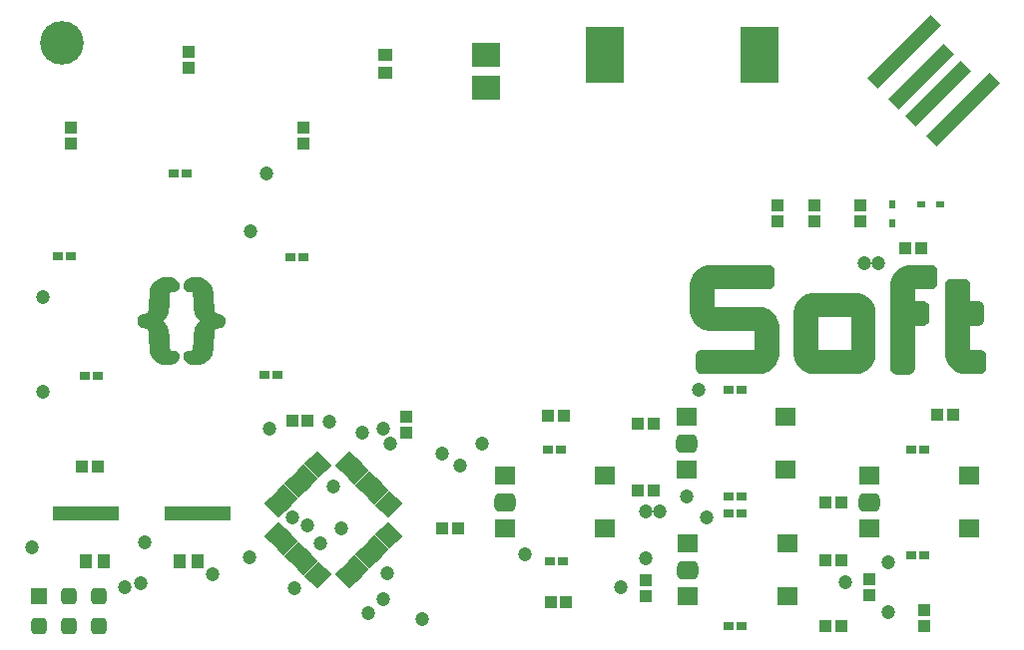
<source format=gts>
%FSTAX25Y25*%
%MOIN*%
%SFA1B1*%

%IPPOS*%
%AMD40*
4,1,4,-0.122600,-0.089200,-0.089200,-0.122600,0.122600,0.089200,0.089200,0.122600,-0.122600,-0.089200,0.0*
%
%AMD41*
4,1,4,-0.108700,-0.075300,-0.075300,-0.108700,0.108700,0.075300,0.075300,0.108700,-0.108700,-0.075300,0.0*
%
%AMD45*
4,1,8,-0.017800,-0.031500,0.017800,-0.031500,0.035500,-0.013700,0.035500,0.013700,0.017800,0.031500,-0.017800,0.031500,-0.035500,0.013700,-0.035500,-0.013700,-0.017800,-0.031500,0.0*
1,1,0.035460,-0.017800,-0.013700*
1,1,0.035460,0.017800,-0.013700*
1,1,0.035460,0.017800,0.013700*
1,1,0.035460,-0.017800,0.013700*
%
%AMD50*
4,1,4,0.034200,0.013200,0.013200,0.034200,-0.034200,-0.013200,-0.013200,-0.034200,0.034200,0.013200,0.0*
%
%AMD51*
4,1,4,-0.013200,0.034200,-0.034200,0.013200,0.013200,-0.034200,0.034200,-0.013200,-0.013200,0.034200,0.0*
%
%AMD58*
4,1,8,-0.011800,-0.027600,0.011800,-0.027600,0.027600,-0.011800,0.027600,0.011800,0.011800,0.027600,-0.011800,0.027600,-0.027600,0.011800,-0.027600,-0.011800,-0.011800,-0.027600,0.0*
1,1,0.031620,-0.011800,-0.011800*
1,1,0.031620,0.011800,-0.011800*
1,1,0.031620,0.011800,0.011800*
1,1,0.031620,-0.011800,0.011800*
%
G04~CAMADD=40~9~0.0~0.0~473.7~2997.3~0.0~0.0~0~0.0~0.0~0.0~0.0~0~0.0~0.0~0.0~0.0~0~0.0~0.0~0.0~135.0~2452.0~2451.0*
%ADD40D40*%
G04~CAMADD=41~9~0.0~0.0~473.7~2603.6~0.0~0.0~0~0.0~0.0~0.0~0.0~0~0.0~0.0~0.0~0.0~0~0.0~0.0~0.0~135.0~2174.0~2173.0*
%ADD41D41*%
%ADD42R,0.224530X0.051310*%
%ADD43R,0.023750X0.029650*%
%ADD44R,0.029650X0.023750*%
G04~CAMADD=45~8~0.0~0.0~709.9~629.2~177.3~0.0~15~0.0~0.0~0.0~0.0~0~0.0~0.0~0.0~0.0~0~0.0~0.0~0.0~180.0~710.0~630.0*
%ADD45D45*%
%ADD46R,0.070990X0.062920*%
%ADD47R,0.043430X0.039500*%
%ADD48R,0.039500X0.043430*%
%ADD49R,0.126110X0.185160*%
G04~CAMADD=50~9~0.0~0.0~296.5~670.6~0.0~0.0~0~0.0~0.0~0.0~0.0~0~0.0~0.0~0.0~0.0~0~0.0~0.0~0.0~315.0~684.0~683.0*
%ADD50D50*%
G04~CAMADD=51~9~0.0~0.0~296.5~670.6~0.0~0.0~0~0.0~0.0~0.0~0.0~0~0.0~0.0~0.0~0.0~0~0.0~0.0~0.0~45.0~684.0~683.0*
%ADD51D51*%
%ADD52R,0.096580X0.084770*%
%ADD53R,0.045400X0.043430*%
%ADD54R,0.043430X0.045400*%
%ADD55R,0.035560X0.027680*%
%ADD56C,0.008870*%
%ADD57R,0.055240X0.055240*%
G04~CAMADD=58~8~0.0~0.0~552.4~552.4~158.1~0.0~15~0.0~0.0~0.0~0.0~0~0.0~0.0~0.0~0.0~0~0.0~0.0~0.0~180.0~552.0~552.0*
%ADD58D58*%
%ADD59C,0.047370*%
%ADD60C,0.145790*%
%LNvisitcardpcb-1*%
%LPD*%
G54D40*
X0316534Y0178348D03*
X0297047Y0197835D03*
G54D41*
X0308183Y0183915D03*
X0302615Y0189483D03*
G54D42*
X0061024Y0043307D03*
X0023622D03*
G54D43*
X0292849Y0140503D03*
Y0146803D03*
G54D44*
X0309055Y014685D03*
X0302756D03*
G54D45*
X0285433Y0047244D03*
X0224803Y0024606D03*
X022441Y0066929D03*
X0163779Y0047244D03*
G54D46*
X0285433Y0038386D03*
Y0056102D03*
X0318504Y0038386D03*
Y0056102D03*
X0224803Y0015748D03*
Y0033465D03*
X0257874Y0015748D03*
Y0033465D03*
X0224409Y0058071D03*
Y0075787D03*
X025748Y0058071D03*
Y0075787D03*
X0163779Y0038386D03*
Y0056102D03*
X019685Y0038386D03*
Y0056102D03*
G54D47*
X0096457Y0167028D03*
Y0172343D03*
X0282283Y0141043D03*
Y0146358D03*
X0285433Y001624D03*
Y0021555D03*
X021063Y0021063D03*
Y0015748D03*
X0266929Y0141043D03*
Y0146358D03*
X0057874Y0192618D03*
Y0197933D03*
X0018504Y0167028D03*
Y0172343D03*
X0303543Y001122D03*
Y0005906D03*
X0130709Y0070571D03*
Y0075886D03*
X0254724Y0146358D03*
Y0141043D03*
G54D48*
X0207972Y0051181D03*
X0213287D03*
X0142618Y0038386D03*
X0147933D03*
X0092493Y007441D03*
X0097808D03*
X0027559Y0059055D03*
X0022244D03*
X0307972Y0076378D03*
X0313287D03*
X0297342Y0132283D03*
X0302658D03*
X0270571Y0005906D03*
X0275886D03*
X0270571Y0027953D03*
X0275886D03*
X0270571Y0047244D03*
X0275886D03*
X0207972Y0073622D03*
X0213287D03*
X0178839Y001378D03*
X0184153D03*
X0178051Y0075984D03*
X0183366D03*
G54D49*
X0248819Y019685D03*
X019685D03*
G54D50*
X0110336Y0060965D03*
X0112563Y0058738D03*
X011479Y0056511D03*
X0117017Y0054284D03*
X0119244Y0052056D03*
X0121471Y0049829D03*
X0123698Y0047602D03*
X0125926Y0045375D03*
X0102263Y0021712D03*
X0100036Y0023939D03*
X0097808Y0026166D03*
X0095581Y0028394D03*
X0093354Y0030621D03*
X0091127Y0032848D03*
X00889Y0035075D03*
X0086673Y0037302D03*
G54D51*
X0125926Y0037302D03*
X0123698Y0035075D03*
X0121471Y0032848D03*
X0119244Y0030621D03*
X0117017Y0028394D03*
X011479Y0026166D03*
X0112563Y0023939D03*
X0110336Y0021712D03*
X0086673Y0045375D03*
X00889Y0047602D03*
X0091127Y0049829D03*
X0093354Y0052056D03*
X0095581Y0054284D03*
X0097808Y0056511D03*
X0100036Y0058738D03*
X0102263Y0060965D03*
G54D52*
X015748Y0196752D03*
Y0185925D03*
G54D53*
X0123622Y0196752D03*
Y019065D03*
G54D54*
X0061024Y0027559D03*
X0054921D03*
X0023622D03*
X0029724D03*
G54D55*
X017874Y0027559D03*
X0183071D03*
X024252Y0049213D03*
X0238189D03*
X024252Y0005906D03*
X0238189D03*
X0303543Y0029528D03*
X0299213D03*
X0027559Y008937D03*
X0023228D03*
X0087795Y0089764D03*
X0083465D03*
X0238189Y0084646D03*
X024252D03*
X0238189Y0043307D03*
X024252D03*
X0299213Y0064961D03*
X0303543D03*
X0014173Y0129528D03*
X0018504D03*
X0092126Y0129134D03*
X0096457D03*
X005315Y0157087D03*
X005748D03*
X0182382Y0064961D03*
X0178051D03*
G54D56*
X0298706Y0126215D02*
X0306106D01*
X0298006Y0126115D02*
X0306506D01*
X0297506Y0126015D02*
X0306706D01*
X0297206Y0125915D02*
X0306906D01*
X0296906Y0125815D02*
X0307006D01*
X0296606Y0125715D02*
X0307106D01*
X0296406Y0125615D02*
X0307206D01*
X0296206Y0125515D02*
X0307206D01*
X0296006Y0125415D02*
X0307306D01*
X0295906Y0125315D02*
X0307306D01*
X0295706Y0125215D02*
X0307306D01*
X0295506Y0125115D02*
X0307406D01*
X0295406Y0125015D02*
X0307406D01*
X0295306Y0124915D02*
X0307406D01*
X0295106Y0124815D02*
X0307406D01*
X0295006Y0124715D02*
X0307406D01*
X0294906Y0124615D02*
X0307406D01*
X0294806Y0124515D02*
X0307406D01*
X0294706Y0124415D02*
X0307406D01*
X0294606Y0124315D02*
X0307406D01*
X0294506Y0124215D02*
X0307406D01*
X0294406Y0124115D02*
X0307406D01*
X0294306Y0124015D02*
X0307406D01*
X0294206Y0123915D02*
X0307406D01*
X0294106Y0123815D02*
X0307406D01*
X0294106Y0123715D02*
X0307406D01*
X0294006Y0123615D02*
X0307406D01*
X0293906Y0123515D02*
X0307406D01*
X0293806Y0123415D02*
X0307406D01*
X0293806Y0123315D02*
X0307406D01*
X0293706Y0123215D02*
X0307406D01*
X0293606Y0123115D02*
X0307406D01*
X0293606Y0123015D02*
X0307406D01*
X0293506Y0122915D02*
X0307406D01*
X0293506Y0122815D02*
X0307406D01*
X0293406Y0122715D02*
X0307406D01*
X0293406Y0122615D02*
X0307406D01*
X0293306Y0122515D02*
X0307406D01*
X0293306Y0122415D02*
X0307406D01*
X0293206Y0122315D02*
X0307406D01*
X0293206Y0122215D02*
X0307406D01*
X0293106Y0122115D02*
X0307406D01*
X0293106Y0122015D02*
X0307406D01*
X0293106Y0121915D02*
X0307406D01*
X0293006Y0121815D02*
X0307406D01*
X0293006Y0121715D02*
X0307406D01*
X0293006Y0121615D02*
X0307406D01*
X0312006D02*
X0317206D01*
X0292906Y0121515D02*
X0307406D01*
X0311806D02*
X0317506D01*
X0292906Y0121415D02*
X0307406D01*
X0311606D02*
X0317606D01*
X0292906Y0121315D02*
X0307406D01*
X0311506D02*
X0317806D01*
X0292906Y0121215D02*
X0307406D01*
X0311406D02*
X0317906D01*
X0292806Y0121115D02*
X0307406D01*
X0311306D02*
X0317906D01*
X0292806Y0121015D02*
X0307406D01*
X0311306D02*
X0318006D01*
X0292806Y0120915D02*
X0307406D01*
X0311206D02*
X0318106D01*
X0292806Y0120815D02*
X0307406D01*
X0311106D02*
X0318106D01*
X0292806Y0120715D02*
X0307406D01*
X0311106D02*
X0318206D01*
X0292706Y0120615D02*
X0307406D01*
X0311106D02*
X0318206D01*
X0292706Y0120515D02*
X0307406D01*
X0311106D02*
X0318206D01*
X0292706Y0120415D02*
X0307406D01*
X0311106D02*
X0318206D01*
X0292706Y0120315D02*
X0307406D01*
X0311006D02*
X0318206D01*
X0292706Y0120215D02*
X0307406D01*
X0311006D02*
X0318206D01*
X0292706Y0120115D02*
X0307406D01*
X0311006D02*
X0318206D01*
X0292706Y0120015D02*
X0307306D01*
X0311006D02*
X0318206D01*
X0292706Y0119915D02*
X0307306D01*
X0311006D02*
X0318206D01*
X0292706Y0119815D02*
X0307306D01*
X0311006D02*
X0318206D01*
X0292706Y0119715D02*
X0307206D01*
X0311006D02*
X0318206D01*
X0292706Y0119615D02*
X0307106D01*
X0311006D02*
X0318206D01*
X0292706Y0119515D02*
X0307006D01*
X0311006D02*
X0318206D01*
X0292706Y0119415D02*
X0306906D01*
X0311006D02*
X0318206D01*
X0292706Y0119315D02*
X0306806D01*
X0311006D02*
X0318206D01*
X0292706Y0119215D02*
X0306706D01*
X0311006D02*
X0318206D01*
X0292706Y0119115D02*
X0306406D01*
X0311006D02*
X0318206D01*
X0292706Y0119015D02*
X0299906D01*
X0311006D02*
X0318206D01*
X0292706Y0118915D02*
X0299906D01*
X0311006D02*
X0318206D01*
X0292706Y0118815D02*
X0299906D01*
X0311006D02*
X0318206D01*
X0292706Y0118715D02*
X0299906D01*
X0311006D02*
X0318206D01*
X0292706Y0118615D02*
X0299906D01*
X0311006D02*
X0318206D01*
X0292706Y0118515D02*
X0299906D01*
X0311006D02*
X0318206D01*
X0292706Y0118415D02*
X0299906D01*
X0311006D02*
X0318206D01*
X0292706Y0118315D02*
X0299906D01*
X0311006D02*
X0318206D01*
X0292706Y0118215D02*
X0299906D01*
X0311006D02*
X0318206D01*
X0292706Y0118115D02*
X0299906D01*
X0311006D02*
X0318206D01*
X0292706Y0118015D02*
X0299906D01*
X0311006D02*
X0318206D01*
X0292706Y0117915D02*
X0299906D01*
X0311006D02*
X0318206D01*
X0292706Y0117815D02*
X0299906D01*
X0311006D02*
X0318206D01*
X0292706Y0117715D02*
X0299906D01*
X0311006D02*
X0318206D01*
X0292706Y0117615D02*
X0299906D01*
X0311006D02*
X0318206D01*
X0292706Y0117515D02*
X0299906D01*
X0311006D02*
X0318206D01*
X0292706Y0117415D02*
X0299906D01*
X0311006D02*
X0318206D01*
X0292706Y0117315D02*
X0299906D01*
X0311006D02*
X0318206D01*
X0292706Y0117215D02*
X0299906D01*
X0311006D02*
X0318206D01*
X0292706Y0117115D02*
X0299906D01*
X0311006D02*
X0318206D01*
X0292706Y0117015D02*
X0299906D01*
X0311006D02*
X0318206D01*
X0292706Y0116915D02*
X0299906D01*
X0311006D02*
X0318206D01*
X0292706Y0116815D02*
X0299906D01*
X0311006D02*
X0318206D01*
X0292706Y0116715D02*
X0299906D01*
X0311006D02*
X0318206D01*
X0292706Y0116615D02*
X0299906D01*
X0311006D02*
X0318206D01*
X0292706Y0116515D02*
X0299906D01*
X0311006D02*
X0318206D01*
X0292706Y0116415D02*
X0299906D01*
X0311006D02*
X0318206D01*
X0292706Y0116315D02*
X0299906D01*
X0311006D02*
X0318206D01*
X0292706Y0116215D02*
X0299906D01*
X0311006D02*
X0318206D01*
X0292706Y0116115D02*
X0299906D01*
X0311006D02*
X0318206D01*
X0292706Y0116015D02*
X0299906D01*
X0311006D02*
X0318206D01*
X0292706Y0115915D02*
X0299906D01*
X0311006D02*
X0318206D01*
X0292706Y0115815D02*
X0299906D01*
X0311006D02*
X0318206D01*
X0292706Y0115715D02*
X0299906D01*
X0311006D02*
X0318206D01*
X0292706Y0115615D02*
X0299906D01*
X0311006D02*
X0318206D01*
X0292706Y0115515D02*
X0299906D01*
X0311006D02*
X0318206D01*
X0292706Y0115415D02*
X0299906D01*
X0311006D02*
X0318206D01*
X0292706Y0115315D02*
X0299906D01*
X0311006D02*
X0318206D01*
X0292706Y0115215D02*
X0299906D01*
X0311006D02*
X0318206D01*
X0292706Y0115115D02*
X0299906D01*
X0311006D02*
X0318206D01*
X0292706Y0115015D02*
X0299906D01*
X0311006D02*
X0318206D01*
X0292706Y0114915D02*
X0299906D01*
X0311006D02*
X0318206D01*
X0292706Y0114815D02*
X0299906D01*
X0311006D02*
X0318206D01*
X0292706Y0114715D02*
X0299906D01*
X0311006D02*
X0318206D01*
X0292706Y0114615D02*
X0299906D01*
X0311006D02*
X0318206D01*
X0292706Y0114515D02*
X0299906D01*
X0311006D02*
X0318206D01*
X0292706Y0114415D02*
X0299906D01*
X0311006D02*
X0318206D01*
X0292706Y0114315D02*
X0299906D01*
X0311006D02*
X0318206D01*
X0292706Y0114215D02*
X0299906D01*
X0311006D02*
X0318206D01*
X0292706Y0114115D02*
X0299906D01*
X0311006D02*
X0318206D01*
X0292706Y0114015D02*
X0303506D01*
X0311006D02*
X0321906D01*
X0292706Y0113915D02*
X0303806D01*
X0311006D02*
X0322206D01*
X0292706Y0113815D02*
X0304006D01*
X0311006D02*
X0322406D01*
X0292706Y0113715D02*
X0304106D01*
X0311006D02*
X0322506D01*
X0292706Y0113615D02*
X0304206D01*
X0311006D02*
X0322606D01*
X0292706Y0113515D02*
X0304306D01*
X0311006D02*
X0322706D01*
X0292706Y0113415D02*
X0304406D01*
X0311006D02*
X0322806D01*
X0292706Y0113315D02*
X0304506D01*
X0311006D02*
X0322806D01*
X0292706Y0113215D02*
X0304506D01*
X0311006D02*
X0322906D01*
X0292706Y0113115D02*
X0304506D01*
X0311006D02*
X0322906D01*
X0292706Y0113015D02*
X0304606D01*
X0311006D02*
X0322906D01*
X0292706Y0112915D02*
X0304606D01*
X0311006D02*
X0323006D01*
X0292706Y0112815D02*
X0304606D01*
X0311006D02*
X0323006D01*
X0292706Y0112715D02*
X0304606D01*
X0311006D02*
X0323006D01*
X0292706Y0112615D02*
X0304606D01*
X0311006D02*
X0323006D01*
X0292706Y0112515D02*
X0304606D01*
X0311006D02*
X0323006D01*
X0292706Y0112415D02*
X0304606D01*
X0311006D02*
X0323006D01*
X0292706Y0112315D02*
X0304606D01*
X0311006D02*
X0323006D01*
X0292706Y0112215D02*
X0304606D01*
X0311006D02*
X0323006D01*
X0292706Y0112115D02*
X0304606D01*
X0311006D02*
X0323006D01*
X0292706Y0112015D02*
X0304606D01*
X0311006D02*
X0323006D01*
X0292706Y0111915D02*
X0304606D01*
X0311006D02*
X0323006D01*
X0292706Y0111815D02*
X0304606D01*
X0311006D02*
X0323006D01*
X0292706Y0111715D02*
X0304606D01*
X0311006D02*
X0323006D01*
X0292706Y0111615D02*
X0304606D01*
X0311006D02*
X0323006D01*
X0292706Y0111515D02*
X0304606D01*
X0311006D02*
X0323006D01*
X0292706Y0111415D02*
X0304606D01*
X0311006D02*
X0323006D01*
X0292706Y0111315D02*
X0304606D01*
X0311006D02*
X0323006D01*
X0292706Y0111215D02*
X0304606D01*
X0311006D02*
X0323006D01*
X0292706Y0111115D02*
X0304606D01*
X0311006D02*
X0323006D01*
X0292706Y0111015D02*
X0304606D01*
X0311006D02*
X0323006D01*
X0292706Y0110915D02*
X0304606D01*
X0311006D02*
X0323006D01*
X0292706Y0110815D02*
X0304606D01*
X0311006D02*
X0323006D01*
X0292706Y0110715D02*
X0304606D01*
X0311006D02*
X0323006D01*
X0292706Y0110615D02*
X0304606D01*
X0311006D02*
X0323006D01*
X0292706Y0110515D02*
X0304606D01*
X0311006D02*
X0323006D01*
X0292706Y0110415D02*
X0304606D01*
X0311006D02*
X0323006D01*
X0292706Y0110315D02*
X0304606D01*
X0311006D02*
X0323006D01*
X0292706Y0110215D02*
X0304606D01*
X0311006D02*
X0323006D01*
X0292706Y0110115D02*
X0304606D01*
X0311006D02*
X0323006D01*
X0292706Y0110015D02*
X0304606D01*
X0311006D02*
X0323006D01*
X0292706Y0109915D02*
X0304606D01*
X0311006D02*
X0323006D01*
X0292706Y0109815D02*
X0304606D01*
X0311006D02*
X0323006D01*
X0292706Y0109715D02*
X0304606D01*
X0311006D02*
X0323006D01*
X0292706Y0109615D02*
X0304606D01*
X0311006D02*
X0323006D01*
X0292706Y0109515D02*
X0304606D01*
X0311006D02*
X0323006D01*
X0292706Y0109415D02*
X0304606D01*
X0311006D02*
X0323006D01*
X0292706Y0109315D02*
X0304606D01*
X0311006D02*
X0323006D01*
X0292706Y0109215D02*
X0304606D01*
X0311006D02*
X0323006D01*
X0292706Y0109115D02*
X0304606D01*
X0311006D02*
X0323006D01*
X0292706Y0109015D02*
X0304606D01*
X0311006D02*
X0323006D01*
X0292706Y0108915D02*
X0304606D01*
X0311006D02*
X0323006D01*
X0292706Y0108815D02*
X0304606D01*
X0311006D02*
X0323006D01*
X0292706Y0108715D02*
X0304606D01*
X0311006D02*
X0323006D01*
X0292706Y0108615D02*
X0304606D01*
X0311006D02*
X0323006D01*
X0292706Y0108515D02*
X0304606D01*
X0311006D02*
X0323006D01*
X0292706Y0108415D02*
X0304606D01*
X0311006D02*
X0323006D01*
X0292706Y0108315D02*
X0304606D01*
X0311006D02*
X0323006D01*
X0292706Y0108215D02*
X0304606D01*
X0311006D02*
X0323006D01*
X0292706Y0108115D02*
X0304606D01*
X0311006D02*
X0323006D01*
X0292706Y0108015D02*
X0304606D01*
X0311006D02*
X0323006D01*
X0292706Y0107915D02*
X0304606D01*
X0311006D02*
X0322906D01*
X0292706Y0107815D02*
X0304506D01*
X0311006D02*
X0322906D01*
X0292706Y0107715D02*
X0304506D01*
X0311006D02*
X0322906D01*
X0292706Y0107615D02*
X0304506D01*
X0311006D02*
X0322806D01*
X0292706Y0107515D02*
X0304406D01*
X0311006D02*
X0322706D01*
X0292706Y0107415D02*
X0304306D01*
X0311006D02*
X0322706D01*
X0292706Y0107315D02*
X0304206D01*
X0311006D02*
X0322606D01*
X0292706Y0107215D02*
X0304106D01*
X0311006D02*
X0322506D01*
X0292706Y0107115D02*
X0304006D01*
X0311006D02*
X0322306D01*
X0292706Y0107015D02*
X0303806D01*
X0311006D02*
X0322206D01*
X0292706Y0106915D02*
X0303606D01*
X0311006D02*
X0321906D01*
X0292706Y0106815D02*
X0299906D01*
X0311006D02*
X0318206D01*
X0292706Y0106715D02*
X0299906D01*
X0311006D02*
X0318206D01*
X0292706Y0106615D02*
X0299906D01*
X0311006D02*
X0318206D01*
X0292706Y0106515D02*
X0299906D01*
X0311006D02*
X0318206D01*
X0292706Y0106415D02*
X0299906D01*
X0311006D02*
X0318206D01*
X0292706Y0106315D02*
X0299906D01*
X0311006D02*
X0318206D01*
X0292706Y0106215D02*
X0299906D01*
X0311006D02*
X0318206D01*
X0292706Y0106115D02*
X0299906D01*
X0311006D02*
X0318206D01*
X0292706Y0106015D02*
X0299906D01*
X0311006D02*
X0318206D01*
X0292706Y0105915D02*
X0299906D01*
X0311006D02*
X0318206D01*
X0292706Y0105815D02*
X0299906D01*
X0311006D02*
X0318206D01*
X0292706Y0105715D02*
X0299906D01*
X0311006D02*
X0318206D01*
X0292706Y0105615D02*
X0299906D01*
X0311006D02*
X0318206D01*
X0292706Y0105515D02*
X0299906D01*
X0311006D02*
X0318206D01*
X0292706Y0105415D02*
X0299906D01*
X0311006D02*
X0318206D01*
X0292706Y0105315D02*
X0299906D01*
X0311006D02*
X0318206D01*
X0292706Y0105215D02*
X0299906D01*
X0311006D02*
X0318206D01*
X0292706Y0105115D02*
X0299906D01*
X0311006D02*
X0318206D01*
X0292706Y0105015D02*
X0299906D01*
X0311006D02*
X0318206D01*
X0292706Y0104915D02*
X0299906D01*
X0311006D02*
X0318206D01*
X0292706Y0104815D02*
X0299906D01*
X0311006D02*
X0318206D01*
X0292706Y0104715D02*
X0299906D01*
X0311006D02*
X0318206D01*
X0292706Y0104615D02*
X0299906D01*
X0311006D02*
X0318206D01*
X0292706Y0104515D02*
X0299906D01*
X0311006D02*
X0318206D01*
X0292706Y0104415D02*
X0299906D01*
X0311006D02*
X0318206D01*
X0292706Y0104315D02*
X0299906D01*
X0311006D02*
X0318206D01*
X0292706Y0104215D02*
X0299906D01*
X0311006D02*
X0318206D01*
X0292706Y0104115D02*
X0299906D01*
X0311006D02*
X0318206D01*
X0292706Y0104015D02*
X0299906D01*
X0311006D02*
X0318206D01*
X0292706Y0103915D02*
X0299906D01*
X0311006D02*
X0318206D01*
X0292706Y0103815D02*
X0299906D01*
X0311006D02*
X0318206D01*
X0292706Y0103715D02*
X0299906D01*
X0311006D02*
X0318206D01*
X0292706Y0103615D02*
X0299906D01*
X0311006D02*
X0318206D01*
X0292706Y0103515D02*
X0299906D01*
X0311006D02*
X0318206D01*
X0292706Y0103415D02*
X0299906D01*
X0311006D02*
X0318206D01*
X0292706Y0103315D02*
X0299906D01*
X0311006D02*
X0318206D01*
X0292706Y0103215D02*
X0299906D01*
X0311006D02*
X0318206D01*
X0292706Y0103115D02*
X0299906D01*
X0311006D02*
X0318206D01*
X0292706Y0103015D02*
X0299906D01*
X0311006D02*
X0318206D01*
X0292706Y0102915D02*
X0299906D01*
X0311006D02*
X0318206D01*
X0292706Y0102815D02*
X0299906D01*
X0311006D02*
X0318206D01*
X0292706Y0102715D02*
X0299906D01*
X0311006D02*
X0318206D01*
X0292706Y0102615D02*
X0299906D01*
X0311006D02*
X0318206D01*
X0292706Y0102515D02*
X0299906D01*
X0311006D02*
X0318206D01*
X0292706Y0102415D02*
X0299906D01*
X0311006D02*
X0318206D01*
X0292706Y0102315D02*
X0299906D01*
X0311006D02*
X0318206D01*
X0292706Y0102215D02*
X0299906D01*
X0311006D02*
X0318206D01*
X0292706Y0102115D02*
X0299906D01*
X0311006D02*
X0318206D01*
X0292706Y0102015D02*
X0299906D01*
X0311006D02*
X0318206D01*
X0292706Y0101915D02*
X0299906D01*
X0311006D02*
X0318206D01*
X0292706Y0101815D02*
X0299906D01*
X0311006D02*
X0318206D01*
X0292706Y0101715D02*
X0299906D01*
X0311006D02*
X0318206D01*
X0292706Y0101615D02*
X0299906D01*
X0311006D02*
X0318206D01*
X0292706Y0101515D02*
X0299906D01*
X0311006D02*
X0318206D01*
X0292706Y0101415D02*
X0299906D01*
X0311006D02*
X0318206D01*
X0292706Y0101315D02*
X0299906D01*
X0311006D02*
X0318206D01*
X0292706Y0101215D02*
X0299906D01*
X0311006D02*
X0318206D01*
X0292706Y0101115D02*
X0299906D01*
X0311006D02*
X0318206D01*
X0292706Y0101015D02*
X0299906D01*
X0311006D02*
X0318206D01*
X0292706Y0100915D02*
X0299906D01*
X0311006D02*
X0318206D01*
X0292706Y0100815D02*
X0299906D01*
X0311006D02*
X0318206D01*
X0292706Y0100715D02*
X0299906D01*
X0311006D02*
X0318206D01*
X0292706Y0100615D02*
X0299906D01*
X0311006D02*
X0318206D01*
X0292706Y0100515D02*
X0299906D01*
X0311006D02*
X0318206D01*
X0292706Y0100415D02*
X0299906D01*
X0311006D02*
X0318206D01*
X0292706Y0100315D02*
X0299906D01*
X0311006D02*
X0318206D01*
X0292706Y0100215D02*
X0299906D01*
X0311006D02*
X0318206D01*
X0292706Y0100115D02*
X0299906D01*
X0311006D02*
X0318206D01*
X0292706Y0100015D02*
X0299906D01*
X0311006D02*
X0318206D01*
X0292706Y0099915D02*
X0299906D01*
X0311006D02*
X0318206D01*
X0292706Y0099815D02*
X0299906D01*
X0311006D02*
X0318206D01*
X0292706Y0099715D02*
X0299906D01*
X0311006D02*
X0318206D01*
X0292706Y0099615D02*
X0299906D01*
X0311006D02*
X0318206D01*
X0292706Y0099515D02*
X0299906D01*
X0311006D02*
X0318206D01*
X0292706Y0099415D02*
X0299906D01*
X0311006D02*
X0318206D01*
X0292706Y0099315D02*
X0299906D01*
X0311006D02*
X0318206D01*
X0292706Y0099215D02*
X0299906D01*
X0311006D02*
X0318206D01*
X0292706Y0099115D02*
X0299906D01*
X0311006D02*
X0318206D01*
X0292706Y0099015D02*
X0299906D01*
X0311006D02*
X0318206D01*
X0292706Y0098915D02*
X0299906D01*
X0311006D02*
X0318206D01*
X0292706Y0098815D02*
X0299906D01*
X0311006D02*
X0318206D01*
X0292706Y0098715D02*
X0299906D01*
X0311006D02*
X0318206D01*
X0292706Y0098615D02*
X0299906D01*
X0311006D02*
X0318206D01*
X0292706Y0098515D02*
X0299906D01*
X0311006D02*
X0318206D01*
X0292706Y0098415D02*
X0299906D01*
X0311006D02*
X0318206D01*
X0292706Y0098315D02*
X0299906D01*
X0311006D02*
X0318206D01*
X0292706Y0098215D02*
X0299906D01*
X0311006D02*
X0318206D01*
X0292706Y0098115D02*
X0299906D01*
X0311006D02*
X0318206D01*
X0292706Y0098015D02*
X0299906D01*
X0311006D02*
X0318206D01*
X0292706Y0097915D02*
X0299906D01*
X0311006D02*
X0318206D01*
X0292706Y0097815D02*
X0299906D01*
X0311006D02*
X0322206D01*
X0292706Y0097715D02*
X0299906D01*
X0311006D02*
X0322706D01*
X0292706Y0097615D02*
X0299906D01*
X0311006D02*
X0322906D01*
X0292706Y0097515D02*
X0299906D01*
X0311006D02*
X0323106D01*
X0292706Y0097415D02*
X0299906D01*
X0311006D02*
X0323206D01*
X0292706Y0097315D02*
X0299906D01*
X0311006D02*
X0323306D01*
X0292706Y0097215D02*
X0299906D01*
X0311006D02*
X0323406D01*
X0292706Y0097115D02*
X0299906D01*
X0311006D02*
X0323406D01*
X0292706Y0097015D02*
X0299906D01*
X0311006D02*
X0323506D01*
X0292706Y0096915D02*
X0299906D01*
X0311006D02*
X0323506D01*
X0292706Y0096815D02*
X0299906D01*
X0311006D02*
X0323606D01*
X0292706Y0096715D02*
X0299906D01*
X0311006D02*
X0323606D01*
X0292706Y0096615D02*
X0299906D01*
X0311106D02*
X0323606D01*
X0292706Y0096515D02*
X0299906D01*
X0311106D02*
X0323606D01*
X0292706Y0096415D02*
X0299906D01*
X0311106D02*
X0323606D01*
X0292706Y0096315D02*
X0299906D01*
X0311106D02*
X0323606D01*
X0292706Y0096215D02*
X0299906D01*
X0311106D02*
X0323606D01*
X0292706Y0096115D02*
X0299906D01*
X0311106D02*
X0323606D01*
X0292706Y0096015D02*
X0299906D01*
X0311106D02*
X0323606D01*
X0292706Y0095915D02*
X0299906D01*
X0311106D02*
X0323606D01*
X0292706Y0095815D02*
X0299906D01*
X0311206D02*
X0323606D01*
X0292706Y0095715D02*
X0299906D01*
X0311206D02*
X0323606D01*
X0292706Y0095615D02*
X0299906D01*
X0311206D02*
X0323606D01*
X0292706Y0095515D02*
X0299906D01*
X0311206D02*
X0323606D01*
X0292706Y0095415D02*
X0299906D01*
X0311306D02*
X0323606D01*
X0292706Y0095315D02*
X0299906D01*
X0311306D02*
X0323606D01*
X0292706Y0095215D02*
X0299906D01*
X0311306D02*
X0323606D01*
X0292706Y0095115D02*
X0299906D01*
X0311406D02*
X0323606D01*
X0292706Y0095015D02*
X0299906D01*
X0311406D02*
X0323606D01*
X0292706Y0094915D02*
X0299906D01*
X0311406D02*
X0323606D01*
X0292706Y0094815D02*
X0299906D01*
X0311506D02*
X0323606D01*
X0292706Y0094715D02*
X0299906D01*
X0311506D02*
X0323606D01*
X0292706Y0094615D02*
X0299906D01*
X0311506D02*
X0323606D01*
X0292706Y0094515D02*
X0299906D01*
X0311606D02*
X0323606D01*
X0292706Y0094415D02*
X0299906D01*
X0311606D02*
X0323606D01*
X0292706Y0094315D02*
X0299906D01*
X0311706D02*
X0323606D01*
X0292706Y0094215D02*
X0299906D01*
X0311706D02*
X0323606D01*
X0292706Y0094115D02*
X0299906D01*
X0311806D02*
X0323606D01*
X0292706Y0094015D02*
X0299906D01*
X0311806D02*
X0323606D01*
X0292706Y0093915D02*
X0299906D01*
X0311906D02*
X0323606D01*
X0292706Y0093815D02*
X0299906D01*
X0311906D02*
X0323606D01*
X0292706Y0093715D02*
X0299906D01*
X0312006D02*
X0323606D01*
X0292706Y0093615D02*
X0299906D01*
X0312106D02*
X0323606D01*
X0292706Y0093515D02*
X0299906D01*
X0312106D02*
X0323606D01*
X0292706Y0093415D02*
X0299906D01*
X0312206D02*
X0323606D01*
X0292706Y0093315D02*
X0299906D01*
X0312306D02*
X0323606D01*
X0292706Y0093215D02*
X0299906D01*
X0312406D02*
X0323606D01*
X0292706Y0093115D02*
X0299906D01*
X0312406D02*
X0323606D01*
X0292706Y0093015D02*
X0299906D01*
X0312506D02*
X0323606D01*
X0292706Y0092915D02*
X0299906D01*
X0312606D02*
X0323606D01*
X0292706Y0092815D02*
X0299906D01*
X0312706D02*
X0323606D01*
X0292706Y0092715D02*
X0299906D01*
X0312806D02*
X0323606D01*
X0292706Y0092615D02*
X0299906D01*
X0312906D02*
X0323606D01*
X0292706Y0092515D02*
X0299906D01*
X0313006D02*
X0323606D01*
X0292706Y0092415D02*
X0299906D01*
X0313106D02*
X0323606D01*
X0292706Y0092315D02*
X0299906D01*
X0313206D02*
X0323606D01*
X0292706Y0092215D02*
X0299906D01*
X0313306D02*
X0323606D01*
X0292706Y0092115D02*
X0299906D01*
X0313406D02*
X0323606D01*
X0292706Y0092015D02*
X0299906D01*
X0313506D02*
X0323606D01*
X0292706Y0091915D02*
X0299906D01*
X0313706D02*
X0323606D01*
X0292706Y0091815D02*
X0299906D01*
X0313806D02*
X0323606D01*
X0292706Y0091715D02*
X0299806D01*
X0313906D02*
X0323606D01*
X0292806Y0091615D02*
X0299806D01*
X0314106D02*
X0323606D01*
X0292806Y0091515D02*
X0299806D01*
X0314306D02*
X0323506D01*
X0292806Y0091415D02*
X0299706D01*
X0314406D02*
X0323506D01*
X0292906Y0091315D02*
X0299706D01*
X0314606D02*
X0323406D01*
X0292906Y0091215D02*
X0299606D01*
X0314806D02*
X0323406D01*
X0293006Y0091115D02*
X0299506D01*
X0315106D02*
X0323306D01*
X0293106Y0091015D02*
X0299506D01*
X0315306D02*
X0323206D01*
X0293206Y0090915D02*
X0299306D01*
X0315606D02*
X0323106D01*
X0293406Y0090815D02*
X0299206D01*
X0316006D02*
X0322906D01*
X0293606Y0090715D02*
X0299006D01*
X0316406D02*
X0322706D01*
X0294006Y0090615D02*
X0298606D01*
X0231806Y0126215D02*
X0251806D01*
X0231006Y0126115D02*
X0252206D01*
X0230606Y0126015D02*
X0252406D01*
X0230206Y0125915D02*
X0252606D01*
X0230006Y0125815D02*
X0252706D01*
X0229706Y0125715D02*
X0252806D01*
X0229506Y0125615D02*
X0252806D01*
X0229306Y0125515D02*
X0252906D01*
X0229106Y0125415D02*
X0253006D01*
X0228906Y0125315D02*
X0253006D01*
X0228806Y0125215D02*
X0253006D01*
X0228606Y0125115D02*
X0253106D01*
X0228506Y0125015D02*
X0253106D01*
X0228306Y0124915D02*
X0253106D01*
X0228206Y0124815D02*
X0253106D01*
X0228106Y0124715D02*
X0253106D01*
X0228006Y0124615D02*
X0253106D01*
X0227906Y0124515D02*
X0253106D01*
X0227706Y0124415D02*
X0253106D01*
X0227606Y0124315D02*
X0253106D01*
X0227506Y0124215D02*
X0253106D01*
X0227506Y0124115D02*
X0253106D01*
X0227406Y0124015D02*
X0253106D01*
X0227306Y0123915D02*
X0253106D01*
X0227206Y0123815D02*
X0253106D01*
X0227106Y0123715D02*
X0253106D01*
X0227006Y0123615D02*
X0253106D01*
X0227006Y0123515D02*
X0253106D01*
X0226906Y0123415D02*
X0253106D01*
X0226806Y0123315D02*
X0253106D01*
X0226806Y0123215D02*
X0253106D01*
X0226706Y0123115D02*
X0253106D01*
X0226606Y0123015D02*
X0253106D01*
X0226606Y0122915D02*
X0253106D01*
X0226506Y0122815D02*
X0253106D01*
X0226506Y0122715D02*
X0253106D01*
X0226406Y0122615D02*
X0253106D01*
X0226406Y0122515D02*
X0253106D01*
X0226306Y0122415D02*
X0253106D01*
X0226306Y0122315D02*
X0253106D01*
X0226206Y0122215D02*
X0253106D01*
X0226206Y0122115D02*
X0253106D01*
X0226206Y0122015D02*
X0253106D01*
X0226106Y0121915D02*
X0253106D01*
X0226106Y0121815D02*
X0253106D01*
X0226106Y0121715D02*
X0253106D01*
X0226006Y0121615D02*
X0253106D01*
X0226006Y0121515D02*
X0253106D01*
X0226006Y0121415D02*
X0253106D01*
X0225906Y0121315D02*
X0253106D01*
X0225906Y0121215D02*
X0253106D01*
X0225906Y0121115D02*
X0253106D01*
X0225906Y0121015D02*
X0253106D01*
X0225806Y0120915D02*
X0253106D01*
X0225806Y0120815D02*
X0253106D01*
X0225806Y0120715D02*
X0253106D01*
X0225806Y0120615D02*
X0253106D01*
X0225806Y0120515D02*
X0253106D01*
X0225806Y0120415D02*
X0253106D01*
X0225806Y0120315D02*
X0253106D01*
X0225806Y0120215D02*
X0253106D01*
X0225806Y0120115D02*
X0253006D01*
X0225706Y0120015D02*
X0253006D01*
X0225706Y0119915D02*
X0253006D01*
X0225706Y0119815D02*
X0252906D01*
X0225706Y0119715D02*
X0252906D01*
X0225706Y0119615D02*
X0252806D01*
X0225706Y0119515D02*
X0252706D01*
X0225706Y0119415D02*
X0252606D01*
X0225706Y0119315D02*
X0252506D01*
X0225706Y0119215D02*
X0252306D01*
X0225706Y0119115D02*
X0252106D01*
X0225706Y0119015D02*
X0232906D01*
X0225706Y0118915D02*
X0232906D01*
X0225706Y0118815D02*
X0232906D01*
X0225706Y0118715D02*
X0232906D01*
X0225706Y0118615D02*
X0232906D01*
X0225706Y0118515D02*
X0232906D01*
X0225706Y0118415D02*
X0232906D01*
X0225706Y0118315D02*
X0232906D01*
X0225706Y0118215D02*
X0232906D01*
X0225706Y0118115D02*
X0232906D01*
X0225706Y0118015D02*
X0232906D01*
X0225706Y0117915D02*
X0232906D01*
X0225706Y0117815D02*
X0232906D01*
X0225706Y0117715D02*
X0232906D01*
X0225706Y0117615D02*
X0232906D01*
X0225706Y0117515D02*
X0232906D01*
X0225706Y0117415D02*
X0232906D01*
X0225706Y0117315D02*
X0232906D01*
X0225706Y0117215D02*
X0232906D01*
X0225706Y0117115D02*
X0232906D01*
X0225706Y0117015D02*
X0232906D01*
X0225706Y0116915D02*
X0232906D01*
X0225706Y0116815D02*
X0232906D01*
X0225706Y0116715D02*
X0232906D01*
X0225706Y0116615D02*
X0232906D01*
X0225706Y0116515D02*
X0232906D01*
X0225706Y0116415D02*
X0232906D01*
X0225706Y0116315D02*
X0232906D01*
X0225706Y0116215D02*
X0232906D01*
X0225706Y0116115D02*
X0232906D01*
X0225706Y0116015D02*
X0232906D01*
X0225706Y0115915D02*
X0232906D01*
X0225706Y0115815D02*
X0232906D01*
X0225706Y0115715D02*
X0232906D01*
X0225706Y0115615D02*
X0232906D01*
X0225706Y0115515D02*
X0232906D01*
X0225706Y0115415D02*
X0232906D01*
X0225706Y0115315D02*
X0232906D01*
X0225706Y0115215D02*
X0232906D01*
X0225706Y0115115D02*
X0232906D01*
X0225706Y0115015D02*
X0232906D01*
X0225706Y0114915D02*
X0232906D01*
X0225706Y0114815D02*
X0232906D01*
X0225706Y0114715D02*
X0232906D01*
X0225706Y0114615D02*
X0232906D01*
X0225706Y0114515D02*
X0232906D01*
X0225706Y0114415D02*
X0232906D01*
X0225706Y0114315D02*
X0232906D01*
X0225706Y0114215D02*
X0232906D01*
X0225706Y0114115D02*
X0232906D01*
X0225706Y0114015D02*
X0232906D01*
X0225706Y0113915D02*
X0232906D01*
X0225706Y0113815D02*
X0232906D01*
X0225706Y0113715D02*
X0232906D01*
X0225706Y0113615D02*
X0232906D01*
X0225706Y0113515D02*
X0232906D01*
X0225706Y0113415D02*
X0232906D01*
X0225706Y0113315D02*
X0232906D01*
X0225706Y0113215D02*
X0232906D01*
X0225706Y0113115D02*
X0232906D01*
X0225706Y0113015D02*
X0232906D01*
X0225706Y0112915D02*
X0232906D01*
X0225706Y0112815D02*
X0232906D01*
X0225706Y0112715D02*
X0232906D01*
X0225706Y0112615D02*
X0232906D01*
X0225706Y0112515D02*
X0232906D01*
X0225706Y0112415D02*
X0232906D01*
X0225706Y0112315D02*
X0232906D01*
X0225706Y0112215D02*
X0249106D01*
X0225706Y0112115D02*
X0249606D01*
X0225706Y0112015D02*
X0249906D01*
X0225706Y0111915D02*
X0250206D01*
X0225706Y0111815D02*
X0250506D01*
X0225706Y0111715D02*
X0250706D01*
X0225706Y0111615D02*
X0250906D01*
X0225706Y0111515D02*
X0251106D01*
X0225706Y0111415D02*
X0251306D01*
X0225706Y0111315D02*
X0251506D01*
X0225806Y0111215D02*
X0251606D01*
X0225806Y0111115D02*
X0251806D01*
X0225806Y0111015D02*
X0251906D01*
X0225806Y0110915D02*
X0252006D01*
X0225806Y0110815D02*
X0252206D01*
X0225806Y0110715D02*
X0252306D01*
X0225806Y0110615D02*
X0252406D01*
X0225806Y0110515D02*
X0252506D01*
X0225806Y0110415D02*
X0252606D01*
X0225906Y0110315D02*
X0252706D01*
X0225906Y0110215D02*
X0252806D01*
X0225906Y0110115D02*
X0252906D01*
X0225906Y0110015D02*
X0253006D01*
X0226006Y0109915D02*
X0253106D01*
X0226006Y0109815D02*
X0253106D01*
X0226006Y0109715D02*
X0253206D01*
X0226106Y0109615D02*
X0253306D01*
X0226106Y0109515D02*
X0253406D01*
X0226106Y0109415D02*
X0253406D01*
X0226206Y0109315D02*
X0253506D01*
X0226206Y0109215D02*
X0253606D01*
X0226206Y0109115D02*
X0253606D01*
X0226306Y0109015D02*
X0253706D01*
X0226306Y0108915D02*
X0253706D01*
X0226406Y0108815D02*
X0253806D01*
X0226406Y0108715D02*
X0253806D01*
X0226506Y0108615D02*
X0253906D01*
X0226506Y0108515D02*
X0253906D01*
X0226606Y0108415D02*
X0254006D01*
X0226606Y0108315D02*
X0254006D01*
X0226706Y0108215D02*
X0254106D01*
X0226806Y0108115D02*
X0254106D01*
X0226806Y0108015D02*
X0254106D01*
X0226906Y0107915D02*
X0254206D01*
X0227006Y0107815D02*
X0254206D01*
X0227006Y0107715D02*
X0254206D01*
X0227106Y0107615D02*
X0254306D01*
X0227206Y0107515D02*
X0254306D01*
X0227306Y0107415D02*
X0254306D01*
X0227406Y0107315D02*
X0254406D01*
X0227506Y0107215D02*
X0254406D01*
X0227506Y0107115D02*
X0254406D01*
X0227606Y0107015D02*
X0254406D01*
X0227706Y0106915D02*
X0254406D01*
X0227906Y0106815D02*
X0254506D01*
X0228006Y0106715D02*
X0254506D01*
X0228106Y0106615D02*
X0254506D01*
X0228206Y0106515D02*
X0254506D01*
X0228306Y0106415D02*
X0254506D01*
X0228506Y0106315D02*
X0254506D01*
X0228606Y0106215D02*
X0254506D01*
X0228806Y0106115D02*
X0254506D01*
X0228906Y0106015D02*
X0254506D01*
X0229106Y0105915D02*
X0254506D01*
X0229306Y0105815D02*
X0254506D01*
X0229506Y0105715D02*
X0254506D01*
X0229706Y0105615D02*
X0254506D01*
X0230006Y0105515D02*
X0254506D01*
X0230206Y0105415D02*
X0254506D01*
X0230606Y0105315D02*
X0254506D01*
X0231006Y0105215D02*
X0254506D01*
X0231806Y0105115D02*
X0254506D01*
X0247306Y0105015D02*
X0254506D01*
X0247306Y0104915D02*
X0254506D01*
X0247306Y0104815D02*
X0254506D01*
X0247306Y0104715D02*
X0254506D01*
X0247306Y0104615D02*
X0254506D01*
X0247306Y0104515D02*
X0254506D01*
X0247306Y0104415D02*
X0254506D01*
X0247306Y0104315D02*
X0254506D01*
X0247306Y0104215D02*
X0254506D01*
X0247306Y0104115D02*
X0254506D01*
X0247306Y0104015D02*
X0254506D01*
X0247306Y0103915D02*
X0254506D01*
X0247306Y0103815D02*
X0254506D01*
X0247306Y0103715D02*
X0254506D01*
X0247306Y0103615D02*
X0254506D01*
X0247306Y0103515D02*
X0254506D01*
X0247306Y0103415D02*
X0254506D01*
X0247306Y0103315D02*
X0254506D01*
X0247306Y0103215D02*
X0254506D01*
X0247306Y0103115D02*
X0254506D01*
X0247306Y0103015D02*
X0254506D01*
X0247306Y0102915D02*
X0254506D01*
X0247306Y0102815D02*
X0254506D01*
X0247306Y0102715D02*
X0254506D01*
X0247306Y0102615D02*
X0254506D01*
X0247306Y0102515D02*
X0254506D01*
X0247306Y0102415D02*
X0254506D01*
X0247306Y0102315D02*
X0254506D01*
X0247306Y0102215D02*
X0254506D01*
X0247306Y0102115D02*
X0254506D01*
X0247306Y0102015D02*
X0254506D01*
X0247306Y0101915D02*
X0254506D01*
X0247306Y0101815D02*
X0254506D01*
X0247306Y0101715D02*
X0254506D01*
X0247306Y0101615D02*
X0254506D01*
X0247306Y0101515D02*
X0254506D01*
X0247306Y0101415D02*
X0254506D01*
X0247306Y0101315D02*
X0254506D01*
X0247306Y0101215D02*
X0254506D01*
X0247306Y0101115D02*
X0254506D01*
X0247306Y0101015D02*
X0254506D01*
X0247306Y0100915D02*
X0254506D01*
X0247306Y0100815D02*
X0254506D01*
X0247306Y0100715D02*
X0254506D01*
X0247306Y0100615D02*
X0254506D01*
X0247306Y0100515D02*
X0254506D01*
X0247306Y0100415D02*
X0254506D01*
X0247306Y0100315D02*
X0254506D01*
X0247306Y0100215D02*
X0254506D01*
X0247306Y0100115D02*
X0254506D01*
X0247306Y0100015D02*
X0254506D01*
X0247306Y0099915D02*
X0254506D01*
X0247306Y0099815D02*
X0254506D01*
X0247306Y0099715D02*
X0254506D01*
X0247306Y0099615D02*
X0254506D01*
X0247306Y0099515D02*
X0254506D01*
X0247306Y0099415D02*
X0254506D01*
X0247306Y0099315D02*
X0254506D01*
X0247306Y0099215D02*
X0254506D01*
X0247306Y0099115D02*
X0254506D01*
X0247306Y0099015D02*
X0254506D01*
X0247306Y0098915D02*
X0254506D01*
X0247306Y0098815D02*
X0254506D01*
X0247306Y0098715D02*
X0254506D01*
X0247306Y0098615D02*
X0254506D01*
X0247306Y0098515D02*
X0254506D01*
X0247306Y0098415D02*
X0254506D01*
X0247306Y0098315D02*
X0254506D01*
X0247306Y0098215D02*
X0254506D01*
X0247306Y0098115D02*
X0254506D01*
X0247306Y0098015D02*
X0254506D01*
X0247306Y0097915D02*
X0254506D01*
X0229106Y0097815D02*
X0254506D01*
X0228706Y0097715D02*
X0254506D01*
X0228506Y0097615D02*
X0254506D01*
X0228306Y0097515D02*
X0254506D01*
X0228206Y0097415D02*
X0254506D01*
X0228106Y0097315D02*
X0254506D01*
X0228006Y0097215D02*
X0254506D01*
X0228006Y0097115D02*
X0254506D01*
X0227906Y0097015D02*
X0254506D01*
X0227906Y0096915D02*
X0254506D01*
X0227806Y0096815D02*
X0254506D01*
X0227806Y0096715D02*
X0254506D01*
X0227806Y0096615D02*
X0254506D01*
X0227806Y0096515D02*
X0254506D01*
X0227806Y0096415D02*
X0254506D01*
X0227806Y0096315D02*
X0254506D01*
X0227806Y0096215D02*
X0254506D01*
X0227806Y0096115D02*
X0254506D01*
X0227806Y0096015D02*
X0254406D01*
X0227806Y0095915D02*
X0254406D01*
X0227806Y0095815D02*
X0254406D01*
X0227806Y0095715D02*
X0254406D01*
X0227806Y0095615D02*
X0254406D01*
X0227806Y0095515D02*
X0254306D01*
X0227806Y0095415D02*
X0254306D01*
X0227806Y0095315D02*
X0254306D01*
X0227806Y0095215D02*
X0254206D01*
X0227806Y0095115D02*
X0254206D01*
X0227806Y0095015D02*
X0254206D01*
X0227806Y0094915D02*
X0254106D01*
X0227806Y0094815D02*
X0254106D01*
X0227806Y0094715D02*
X0254106D01*
X0227806Y0094615D02*
X0254006D01*
X0227806Y0094515D02*
X0254006D01*
X0227806Y0094415D02*
X0253906D01*
X0227806Y0094315D02*
X0253906D01*
X0227806Y0094215D02*
X0253806D01*
X0227806Y0094115D02*
X0253806D01*
X0227806Y0094015D02*
X0253706D01*
X0227806Y0093915D02*
X0253706D01*
X0227806Y0093815D02*
X0253606D01*
X0227806Y0093715D02*
X0253606D01*
X0227806Y0093615D02*
X0253506D01*
X0227806Y0093515D02*
X0253406D01*
X0227806Y0093415D02*
X0253406D01*
X0227806Y0093315D02*
X0253306D01*
X0227806Y0093215D02*
X0253206D01*
X0227806Y0093115D02*
X0253106D01*
X0227806Y0093015D02*
X0253106D01*
X0227806Y0092915D02*
X0253006D01*
X0227806Y0092815D02*
X0252906D01*
X0227806Y0092715D02*
X0252806D01*
X0227806Y0092615D02*
X0252706D01*
X0227806Y0092515D02*
X0252606D01*
X0227806Y0092415D02*
X0252506D01*
X0227806Y0092315D02*
X0252406D01*
X0227806Y0092215D02*
X0252306D01*
X0227806Y0092115D02*
X0252206D01*
X0227806Y0092015D02*
X0252006D01*
X0227806Y0091915D02*
X0251906D01*
X0227806Y0091815D02*
X0251806D01*
X0227806Y0091715D02*
X0251606D01*
X0227906Y0091615D02*
X0251506D01*
X0227906Y0091515D02*
X0251306D01*
X0227906Y0091415D02*
X0251106D01*
X0228006Y0091315D02*
X0250906D01*
X0228106Y0091215D02*
X0250706D01*
X0228106Y0091115D02*
X0250506D01*
X0228206Y0091015D02*
X0250206D01*
X0228406Y0090915D02*
X0249906D01*
X0228506Y0090815D02*
X0249606D01*
X0228706Y0090715D02*
X0249106D01*
X0044869Y0104687D02*
X0050669D01*
X0060169D02*
X0065969D01*
X0044869Y0104587D02*
X0050669D01*
X0060169D02*
X0065969D01*
X0044869Y0104487D02*
X0050669D01*
X0060169D02*
X0065969D01*
X0044869Y0104387D02*
X0050669D01*
X0060169D02*
X0065969D01*
X0044869Y0104287D02*
X0050669D01*
X0060169D02*
X0065969D01*
X0044869Y0104187D02*
X0050769D01*
X0060069D02*
X0065969D01*
X0044869Y0104087D02*
X0050769D01*
X0060069D02*
X0065969D01*
X0044969Y0103987D02*
X0050769D01*
X0060069D02*
X0065969D01*
X0044969Y0103887D02*
X0050769D01*
X0060069D02*
X0065869D01*
X0044969Y0103787D02*
X0050769D01*
X0060069D02*
X0065869D01*
X0044969Y0103687D02*
X0050769D01*
X0060069D02*
X0065869D01*
X0044969Y0103587D02*
X0050769D01*
X0060069D02*
X0065869D01*
X0044969Y0103487D02*
X0050769D01*
X0060069D02*
X0065869D01*
X0044969Y0103387D02*
X0050869D01*
X0059969D02*
X0065869D01*
X0044969Y0103287D02*
X0050869D01*
X0059969D02*
X0065869D01*
X0044969Y0103187D02*
X0050869D01*
X0059969D02*
X0065869D01*
X0044969Y0103087D02*
X0050869D01*
X0059969D02*
X0065869D01*
X0044969Y0102987D02*
X0050869D01*
X0059969D02*
X0065869D01*
X0044969Y0102887D02*
X0050869D01*
X0059969D02*
X0065869D01*
X0044969Y0102787D02*
X0050869D01*
X0059969D02*
X0065869D01*
X0044969Y0102687D02*
X0050869D01*
X0059969D02*
X0065869D01*
X0044969Y0102587D02*
X0050869D01*
X0059969D02*
X0065869D01*
X0044969Y0102487D02*
X0050869D01*
X0059969D02*
X0065869D01*
X0044969Y0102387D02*
X0050869D01*
X0059969D02*
X0065869D01*
X0045069Y0102287D02*
X0050869D01*
X0059969D02*
X0065869D01*
X0045069Y0102187D02*
X0050869D01*
X0059969D02*
X0065769D01*
X0045069Y0102087D02*
X0050969D01*
X0059969D02*
X0065769D01*
X0045069Y0101987D02*
X0050969D01*
X0059869D02*
X0065769D01*
X0045069Y0101887D02*
X0050969D01*
X0059869D02*
X0065769D01*
X0045069Y0101787D02*
X0050969D01*
X0059869D02*
X0065769D01*
X0045069Y0101687D02*
X0050969D01*
X0059869D02*
X0065769D01*
X0045069Y0101587D02*
X0050969D01*
X0059869D02*
X0065769D01*
X0045069Y0101487D02*
X0050969D01*
X0059869D02*
X0065769D01*
X0045069Y0101387D02*
X0050969D01*
X0059869D02*
X0065769D01*
X0045069Y0101287D02*
X0050969D01*
X0059869D02*
X0065769D01*
X0045069Y0101187D02*
X0050969D01*
X0059869D02*
X0065769D01*
X0045069Y0101087D02*
X0050969D01*
X0059869D02*
X0065769D01*
X0045069Y0100987D02*
X0050969D01*
X0059869D02*
X0065769D01*
X0045069Y0100887D02*
X0050969D01*
X0059869D02*
X0065769D01*
X0045069Y0100787D02*
X0050969D01*
X0059869D02*
X0065769D01*
X0045069Y0100687D02*
X0050969D01*
X0059869D02*
X0065769D01*
X0045069Y0100587D02*
X0050969D01*
X0059869D02*
X0065769D01*
X0045169Y0100487D02*
X0050969D01*
X0059869D02*
X0065669D01*
X0045169Y0100387D02*
X0050969D01*
X0059869D02*
X0065669D01*
X0045169Y0100287D02*
X0050969D01*
X0059869D02*
X0065669D01*
X0045169Y0100187D02*
X0050969D01*
X0059869D02*
X0065669D01*
X0045169Y0100087D02*
X0050969D01*
X0059869D02*
X0065669D01*
X0045169Y0099987D02*
X0050969D01*
X0059869D02*
X0065669D01*
X0045169Y0099887D02*
X0050969D01*
X0059869D02*
X0065669D01*
X0045169Y0099787D02*
X0051069D01*
X0059869D02*
X0065669D01*
X0045169Y0099687D02*
X0051069D01*
X0059769D02*
X0065669D01*
X0045169Y0099587D02*
X0051069D01*
X0059769D02*
X0065669D01*
X0045169Y0099487D02*
X0051069D01*
X0059769D02*
X0065669D01*
X0045169Y0099387D02*
X0051069D01*
X0059769D02*
X0065669D01*
X0045169Y0099287D02*
X0051069D01*
X0059769D02*
X0065669D01*
X0045169Y0099187D02*
X0051069D01*
X0059769D02*
X0065669D01*
X0045269Y0099087D02*
X0051069D01*
X0059769D02*
X0065569D01*
X0045269Y0098987D02*
X0051069D01*
X0059769D02*
X0065569D01*
X0045269Y0098887D02*
X0051069D01*
X0059769D02*
X0065569D01*
X0045269Y0098787D02*
X0051069D01*
X0059769D02*
X0065569D01*
X0045269Y0098687D02*
X0051069D01*
X0059769D02*
X0065569D01*
X0045269Y0098587D02*
X0051069D01*
X0059769D02*
X0065569D01*
X0045269Y0098487D02*
X0051069D01*
X0059769D02*
X0065569D01*
X0045269Y0098387D02*
X0051169D01*
X0059769D02*
X0065569D01*
X0045269Y0098287D02*
X0051169D01*
X0059669D02*
X0065569D01*
X0045269Y0098187D02*
X0051169D01*
X0059669D02*
X0065569D01*
X0045269Y0098087D02*
X0051269D01*
X0059569D02*
X0065569D01*
X0045269Y0097987D02*
X0051369D01*
X0059469D02*
X0065569D01*
X0045369Y0097887D02*
X0051469D01*
X0059369D02*
X0065469D01*
X0045369Y0097787D02*
X0051569D01*
X0059269D02*
X0065469D01*
X0045369Y0097687D02*
X0051769D01*
X0059069D02*
X0065469D01*
X0045369Y0097587D02*
X0051869D01*
X0058969D02*
X0065469D01*
X0045369Y0097487D02*
X0053469D01*
X0057369D02*
X0065469D01*
X0045369Y0097387D02*
X0053669D01*
X0057169D02*
X0065469D01*
X0045469Y0097287D02*
X0053869D01*
X0056969D02*
X0065369D01*
X0045469Y0097187D02*
X0053969D01*
X0056869D02*
X0065369D01*
X0045469Y0097087D02*
X0053969D01*
X0056869D02*
X0065369D01*
X0045569Y0096987D02*
X0054069D01*
X0056769D02*
X0065269D01*
X0045569Y0096887D02*
X0054169D01*
X0056669D02*
X0065269D01*
X0045569Y0096787D02*
X0054169D01*
X0056669D02*
X0065269D01*
X0045669Y0096687D02*
X0054269D01*
X0056569D02*
X0065169D01*
X0045669Y0096587D02*
X0054269D01*
X0056569D02*
X0065169D01*
X0045769Y0096487D02*
X0054269D01*
X0056569D02*
X0065169D01*
X0045769Y0096387D02*
X0054269D01*
X0056569D02*
X0065069D01*
X0045869Y0096287D02*
X0054269D01*
X0056569D02*
X0065069D01*
X0045869Y0096187D02*
X0054269D01*
X0056569D02*
X0064969D01*
X0045969Y0096087D02*
X0054269D01*
X0056569D02*
X0064869D01*
X0045969Y0095987D02*
X0054269D01*
X0056569D02*
X0064869D01*
X0046069Y0095887D02*
X0054269D01*
X0056569D02*
X0064769D01*
X0046169Y0095787D02*
X0054269D01*
X0056569D02*
X0064669D01*
X0046269Y0095687D02*
X0054269D01*
X0056569D02*
X0064569D01*
X0046269Y0095587D02*
X0054269D01*
X0056569D02*
X0064569D01*
X0046369Y0095487D02*
X0054169D01*
X0056669D02*
X0064469D01*
X0046469Y0095387D02*
X0054169D01*
X0056669D02*
X0064369D01*
X0046569Y0095287D02*
X0054069D01*
X0056769D02*
X0064269D01*
X0046669Y0095187D02*
X0054069D01*
X0056769D02*
X0064169D01*
X0046769Y0095087D02*
X0053969D01*
X0056869D02*
X0064069D01*
X0046969Y0094987D02*
X0053969D01*
X0056869D02*
X0063869D01*
X0047069Y0094887D02*
X0053869D01*
X0056969D02*
X0063769D01*
X0047169Y0094787D02*
X0053769D01*
X0057069D02*
X0063669D01*
X0047369Y0094687D02*
X0053669D01*
X0057169D02*
X0063469D01*
X0047469Y0094587D02*
X0053569D01*
X0057269D02*
X0063369D01*
X0047669Y0094487D02*
X0053469D01*
X0057369D02*
X0063169D01*
X0047769Y0094387D02*
X0053369D01*
X0057469D02*
X0063069D01*
X0047969Y0094287D02*
X0053169D01*
X0057669D02*
X0062869D01*
X0048169Y0094187D02*
X0053069D01*
X0057769D02*
X0062669D01*
X0048269Y0094087D02*
X0052869D01*
X0057969D02*
X0062569D01*
X0048569Y0093987D02*
X0052669D01*
X0058169D02*
X0062269D01*
X0048769Y0093887D02*
X0052369D01*
X0058469D02*
X0062069D01*
X0049169Y0093787D02*
X0051969D01*
X0058869D02*
X0061669D01*
X0049769Y0093687D02*
X0051469D01*
X0059369D02*
X0061069D01*
X0060169Y0104787D02*
X0066069D01*
X0044769D02*
X0050669D01*
X0060269Y0104887D02*
X0066069D01*
X0044769D02*
X0050569D01*
X0060269Y0104987D02*
X0066069D01*
X0044769D02*
X0050569D01*
X0060269Y0105087D02*
X0066169D01*
X0044669D02*
X0050569D01*
X0060269Y0105187D02*
X0066169D01*
X0044669D02*
X0050569D01*
X0060369Y0105287D02*
X0066269D01*
X0044569D02*
X0050469D01*
X0060369Y0105387D02*
X0066269D01*
X0044569D02*
X0050469D01*
X0060369Y0105487D02*
X0066369D01*
X0044469D02*
X0050469D01*
X0060469Y0105587D02*
X0066469D01*
X0044369D02*
X0050369D01*
X0060469Y0105687D02*
X0066669D01*
X0044169D02*
X0050369D01*
X0060569Y0105787D02*
X0066969D01*
X0043869D02*
X0050269D01*
X0060569Y0105887D02*
X0067569D01*
X0043269D02*
X0050269D01*
X0060669Y0105987D02*
X0068069D01*
X0042769D02*
X0050269D01*
X0060669Y0106087D02*
X0068369D01*
X0042469D02*
X0050169D01*
X0060769Y0106187D02*
X0068669D01*
X0042169D02*
X0050069D01*
X0060769Y0106287D02*
X0068869D01*
X0041969D02*
X0050069D01*
X0060869Y0106387D02*
X0069069D01*
X0041769D02*
X0049969D01*
X0060869Y0106487D02*
X0069169D01*
X0041669D02*
X0049969D01*
X0060969Y0106587D02*
X0069269D01*
X0041569D02*
X0049869D01*
X0061069Y0106687D02*
X0069369D01*
X0041469D02*
X0049769D01*
X0061169Y0106787D02*
X0069469D01*
X0041369D02*
X0049669D01*
X0061169Y0106887D02*
X0069469D01*
X0041369D02*
X0049669D01*
X0061269Y0106987D02*
X0069569D01*
X0041269D02*
X0049569D01*
X0061369Y0107087D02*
X0069569D01*
X0041269D02*
X0049469D01*
X0061469Y0107187D02*
X0069569D01*
X0041269D02*
X0049369D01*
X0061569Y0107287D02*
X0069669D01*
X0041169D02*
X0049269D01*
X0061669Y0107387D02*
X0069669D01*
X0041169D02*
X0049169D01*
X0061869Y0107487D02*
X0069669D01*
X0041169D02*
X0048969D01*
X0061969Y0107587D02*
X0069669D01*
X0041169D02*
X0048869D01*
X0062069Y0107687D02*
X0069669D01*
X0041169D02*
X0048769D01*
X0062269Y0107787D02*
X0069669D01*
X0041169D02*
X0048569D01*
X0062369Y0107887D02*
X0069669D01*
X0041169D02*
X0048469D01*
X0062269Y0107987D02*
X0069669D01*
X0041169D02*
X0048569D01*
X0062169Y0108087D02*
X0069669D01*
X0041169D02*
X0048669D01*
X0061969Y0108187D02*
X0069669D01*
X0041169D02*
X0048869D01*
X0061869Y0108287D02*
X0069669D01*
X0041169D02*
X0048969D01*
X0061769Y0108387D02*
X0069669D01*
X0041169D02*
X0049069D01*
X0061669Y0108487D02*
X0069669D01*
X0041169D02*
X0049169D01*
X0061569Y0108587D02*
X0069669D01*
X0041269D02*
X0049269D01*
X0061469Y0108687D02*
X0069569D01*
X0041269D02*
X0049369D01*
X0061369Y0108787D02*
X0069569D01*
X0041269D02*
X0049469D01*
X0061269Y0108887D02*
X0069569D01*
X0041369D02*
X0049569D01*
X0061169Y0108987D02*
X0069469D01*
X0041369D02*
X0049669D01*
X0061069Y0109087D02*
X0069369D01*
X0041469D02*
X0049769D01*
X0060969Y0109187D02*
X0069369D01*
X0041569D02*
X0049869D01*
X0060969Y0109287D02*
X0069269D01*
X0041569D02*
X0049869D01*
X0060869Y0109387D02*
X0069069D01*
X0041769D02*
X0049969D01*
X0060769Y0109487D02*
X0068969D01*
X0041869D02*
X0050069D01*
X0060769Y0109587D02*
X0068769D01*
X0042069D02*
X0050069D01*
X0060669Y0109687D02*
X0068469D01*
X0042369D02*
X0050169D01*
X0060669Y0109787D02*
X0068169D01*
X0042669D02*
X0050169D01*
X0060569Y0109887D02*
X0067669D01*
X0043169D02*
X0050269D01*
X0060569Y0109987D02*
X0067169D01*
X0043669D02*
X0050269D01*
X0060469Y0110087D02*
X0066769D01*
X0044069D02*
X0050369D01*
X0060469Y0110187D02*
X0066569D01*
X0044269D02*
X0050369D01*
X0060369Y0110287D02*
X0066369D01*
X0044469D02*
X0050469D01*
X0060369Y0110387D02*
X0066269D01*
X0044569D02*
X0050469D01*
X0060369Y0110487D02*
X0066269D01*
X0044569D02*
X0050469D01*
X0060269Y0110587D02*
X0066169D01*
X0044669D02*
X0050569D01*
X0049469Y0122087D02*
X0051669D01*
X0059169D02*
X0061369D01*
X0048969Y0121987D02*
X0052169D01*
X0058669D02*
X0061869D01*
X0048669Y0121887D02*
X0052469D01*
X0058369D02*
X0062169D01*
X0048469Y0121787D02*
X0052669D01*
X0058169D02*
X0062369D01*
X0048269Y0121687D02*
X0052969D01*
X0057869D02*
X0062569D01*
X0048069Y0121587D02*
X0053069D01*
X0057769D02*
X0062769D01*
X0047869Y0121487D02*
X0053269D01*
X0057569D02*
X0062969D01*
X0047769Y0121387D02*
X0053369D01*
X0057469D02*
X0063069D01*
X0047569Y0121287D02*
X0053469D01*
X0057369D02*
X0063269D01*
X0047469Y0121187D02*
X0053669D01*
X0057169D02*
X0063369D01*
X0047269Y0121087D02*
X0053769D01*
X0057069D02*
X0063569D01*
X0047169Y0120987D02*
X0053769D01*
X0057069D02*
X0063669D01*
X0047069Y0120887D02*
X0053869D01*
X0056969D02*
X0063769D01*
X0046869Y0120787D02*
X0053969D01*
X0056869D02*
X0063969D01*
X0046769Y0120687D02*
X0054069D01*
X0056869D02*
X0064069D01*
X0046669Y0120587D02*
X0054069D01*
X0056769D02*
X0064169D01*
X0046569Y0120487D02*
X0054169D01*
X0056669D02*
X0064269D01*
X0046469Y0120387D02*
X0054169D01*
X0056669D02*
X0064369D01*
X0046369Y0120287D02*
X0054169D01*
X0056669D02*
X0064469D01*
X0046269Y0120187D02*
X0054269D01*
X0056569D02*
X0064569D01*
X0046169Y0120087D02*
X0054269D01*
X0056569D02*
X0064669D01*
X0046069Y0119987D02*
X0054269D01*
X0056569D02*
X0064769D01*
X0046069Y0119887D02*
X0054269D01*
X0056569D02*
X0064769D01*
X0045969Y0119787D02*
X0054269D01*
X0056569D02*
X0064869D01*
X0045969Y0119687D02*
X0054269D01*
X0056569D02*
X0064969D01*
X0045869Y0119587D02*
X0054269D01*
X0056569D02*
X0064969D01*
X0045769Y0119487D02*
X0054269D01*
X0056569D02*
X0065069D01*
X0045769Y0119387D02*
X0054269D01*
X0056569D02*
X0065069D01*
X0045669Y0119287D02*
X0054269D01*
X0056569D02*
X0065169D01*
X0045669Y0119187D02*
X0054269D01*
X0056569D02*
X0065169D01*
X0045569Y0119087D02*
X0054169D01*
X0056669D02*
X0065269D01*
X0045569Y0118987D02*
X0054169D01*
X0056669D02*
X0065269D01*
X0045569Y0118887D02*
X0054169D01*
X0056669D02*
X0065269D01*
X0045469Y0118787D02*
X0054069D01*
X0056769D02*
X0065369D01*
X0045469Y0118687D02*
X0053969D01*
X0056869D02*
X0065369D01*
X0045469Y0118587D02*
X0053869D01*
X0056969D02*
X0065369D01*
X0045469Y0118487D02*
X0053769D01*
X0057069D02*
X0065369D01*
X0045369Y0118387D02*
X0053669D01*
X0057169D02*
X0065469D01*
X0045369Y0118287D02*
X0052069D01*
X0052269D02*
X0053469D01*
X0057469D02*
X0058569D01*
X0058769D02*
X0065469D01*
X0045369Y0118187D02*
X0051869D01*
X0058969D02*
X0065469D01*
X0045369Y0118087D02*
X0051669D01*
X0059169D02*
X0065469D01*
X0045369Y0117987D02*
X0051569D01*
X0059269D02*
X0065469D01*
X0045369Y0117887D02*
X0051369D01*
X0059469D02*
X0065469D01*
X0045269Y0117787D02*
X0051269D01*
X0059569D02*
X0065569D01*
X0045269Y0117687D02*
X0051269D01*
X0059569D02*
X0065569D01*
X0045269Y0117587D02*
X0051169D01*
X0059669D02*
X0065569D01*
X0045269Y0117487D02*
X0051169D01*
X0059669D02*
X0065569D01*
X0045269Y0117387D02*
X0051069D01*
X0059769D02*
X0065569D01*
X0045269Y0117287D02*
X0051069D01*
X0059769D02*
X0065569D01*
X0045269Y0117187D02*
X0051069D01*
X0059769D02*
X0065569D01*
X0045269Y0117087D02*
X0051069D01*
X0059769D02*
X0065569D01*
X0045269Y0116987D02*
X0051069D01*
X0059769D02*
X0065569D01*
X0045269Y0116887D02*
X0051069D01*
X0059769D02*
X0065569D01*
X0045269Y0116787D02*
X0051069D01*
X0059769D02*
X0065569D01*
X0045269Y0116687D02*
X0051069D01*
X0059769D02*
X0065669D01*
X0045169Y0116587D02*
X0051069D01*
X0059769D02*
X0065669D01*
X0045169Y0116487D02*
X0051069D01*
X0059769D02*
X0065669D01*
X0045169Y0116387D02*
X0051069D01*
X0059769D02*
X0065669D01*
X0045169Y0116287D02*
X0051069D01*
X0059769D02*
X0065669D01*
X0045169Y0116187D02*
X0051069D01*
X0059769D02*
X0065669D01*
X0045169Y0116087D02*
X0051069D01*
X0059769D02*
X0065669D01*
X0045169Y0115987D02*
X0051069D01*
X0059869D02*
X0065669D01*
X0045169Y0115887D02*
X0050969D01*
X0059869D02*
X0065669D01*
X0045169Y0115787D02*
X0050969D01*
X0059869D02*
X0065669D01*
X0045169Y0115687D02*
X0050969D01*
X0059869D02*
X0065669D01*
X0045169Y0115587D02*
X0050969D01*
X0059869D02*
X0065669D01*
X0045169Y0115487D02*
X0050969D01*
X0059869D02*
X0065669D01*
X0045169Y0115387D02*
X0050969D01*
X0059869D02*
X0065669D01*
X0045169Y0115287D02*
X0050969D01*
X0059869D02*
X0065769D01*
X0045069Y0115187D02*
X0050969D01*
X0059869D02*
X0065769D01*
X0045069Y0115087D02*
X0050969D01*
X0059869D02*
X0065769D01*
X0045069Y0114987D02*
X0050969D01*
X0059869D02*
X0065769D01*
X0045069Y0114887D02*
X0050969D01*
X0059869D02*
X0065769D01*
X0045069Y0114787D02*
X0050969D01*
X0059869D02*
X0065769D01*
X0045069Y0114687D02*
X0050969D01*
X0059869D02*
X0065769D01*
X0045069Y0114587D02*
X0050969D01*
X0059869D02*
X0065769D01*
X0045069Y0114487D02*
X0050969D01*
X0059869D02*
X0065769D01*
X0045069Y0114387D02*
X0050969D01*
X0059869D02*
X0065769D01*
X0045069Y0114287D02*
X0050969D01*
X0059869D02*
X0065769D01*
X0045069Y0114187D02*
X0050969D01*
X0059869D02*
X0065769D01*
X0045069Y0114087D02*
X0050969D01*
X0059869D02*
X0065769D01*
X0045069Y0113987D02*
X0050969D01*
X0059869D02*
X0065769D01*
X0045069Y0113887D02*
X0050969D01*
X0059869D02*
X0065769D01*
X0045069Y0113787D02*
X0050969D01*
X0059869D02*
X0065769D01*
X0045069Y0113687D02*
X0050969D01*
X0059969D02*
X0065769D01*
X0045069Y0113587D02*
X0050869D01*
X0059969D02*
X0065769D01*
X0044969Y0113487D02*
X0050869D01*
X0059969D02*
X0065869D01*
X0044969Y0113387D02*
X0050869D01*
X0059969D02*
X0065869D01*
X0044969Y0113287D02*
X0050869D01*
X0059969D02*
X0065869D01*
X0044969Y0113187D02*
X0050869D01*
X0059969D02*
X0065869D01*
X0044969Y0113087D02*
X0050869D01*
X0059969D02*
X0065869D01*
X0044969Y0112987D02*
X0050869D01*
X0059969D02*
X0065869D01*
X0044969Y0112887D02*
X0050869D01*
X0059969D02*
X0065869D01*
X0044969Y0112787D02*
X0050869D01*
X0059969D02*
X0065869D01*
X0044969Y0112687D02*
X0050869D01*
X0059969D02*
X0065869D01*
X0044969Y0112587D02*
X0050869D01*
X0059969D02*
X0065869D01*
X0044969Y0112487D02*
X0050869D01*
X0059969D02*
X0065869D01*
X0044969Y0112387D02*
X0050869D01*
X0059969D02*
X0065869D01*
X0044969Y0112287D02*
X0050769D01*
X0060069D02*
X0065869D01*
X0044969Y0112187D02*
X0050769D01*
X0060069D02*
X0065869D01*
X0044969Y0112087D02*
X0050769D01*
X0060069D02*
X0065869D01*
X0044969Y0111987D02*
X0050769D01*
X0060069D02*
X0065869D01*
X0044969Y0111887D02*
X0050769D01*
X0060069D02*
X0065869D01*
X0044969Y0111787D02*
X0050769D01*
X0060069D02*
X0065969D01*
X0044869Y0111687D02*
X0050769D01*
X0060069D02*
X0065969D01*
X0044869Y0111587D02*
X0050769D01*
X0060069D02*
X0065969D01*
X0044869Y0111487D02*
X0050669D01*
X0060169D02*
X0065969D01*
X0044869Y0111387D02*
X0050669D01*
X0060169D02*
X0065969D01*
X0044869Y0111287D02*
X0050669D01*
X0060169D02*
X0065969D01*
X0044869Y0111187D02*
X0050669D01*
X0060169D02*
X0065969D01*
X0044869Y0111087D02*
X0050669D01*
X0060169D02*
X0066069D01*
X0044769Y0110987D02*
X0050669D01*
X0060169D02*
X0066069D01*
X0044769Y0110887D02*
X0050569D01*
X0060269D02*
X0066069D01*
X0044769Y0110787D02*
X0050569D01*
X0060269D02*
X0066069D01*
X0044669Y0110687D02*
X0050569D01*
X0060269D02*
X0066169D01*
X0266306Y0116915D02*
X0280906D01*
X0265606Y0116815D02*
X0281606D01*
X0265206Y0116715D02*
X0282006D01*
X0264806Y0116615D02*
X0282406D01*
X0264606Y0116515D02*
X0282706D01*
X0264306Y0116415D02*
X0282906D01*
X0264106Y0116315D02*
X0283106D01*
X0263906Y0116215D02*
X0283306D01*
X0263706Y0116115D02*
X0283506D01*
X0263506Y0116015D02*
X0283706D01*
X0263406Y0115915D02*
X0283806D01*
X0263206Y0115815D02*
X0284006D01*
X0263106Y0115715D02*
X0284106D01*
X0263006Y0115615D02*
X0284306D01*
X0262806Y0115515D02*
X0284406D01*
X0262706Y0115415D02*
X0284506D01*
X0262606Y0115315D02*
X0284606D01*
X0262506Y0115215D02*
X0284706D01*
X0262406Y0115115D02*
X0284806D01*
X0262306Y0115015D02*
X0285006D01*
X0262206Y0114915D02*
X0285006D01*
X0262106Y0114815D02*
X0285106D01*
X0262006Y0114715D02*
X0285206D01*
X0261906Y0114615D02*
X0285306D01*
X0261806Y0114515D02*
X0285406D01*
X0261706Y0114415D02*
X0285506D01*
X0261706Y0114315D02*
X0285506D01*
X0261606Y0114215D02*
X0285606D01*
X0261506Y0114115D02*
X0285706D01*
X0261406Y0114015D02*
X0285806D01*
X0261406Y0113915D02*
X0285806D01*
X0261306Y0113815D02*
X0285906D01*
X0261306Y0113715D02*
X0286006D01*
X0261206Y0113615D02*
X0286006D01*
X0261106Y0113515D02*
X0286106D01*
X0261106Y0113415D02*
X0286106D01*
X0261006Y0113315D02*
X0286206D01*
X0261006Y0113215D02*
X0286206D01*
X0261006Y0113115D02*
X0286306D01*
X0260906Y0113015D02*
X0286306D01*
X0260906Y0112915D02*
X0286306D01*
X0260806Y0112815D02*
X0286406D01*
X0260806Y0112715D02*
X0286406D01*
X0260706Y0112615D02*
X0286506D01*
X0260706Y0112515D02*
X0286506D01*
X0260706Y0112415D02*
X0286506D01*
X0260606Y0112315D02*
X0286606D01*
X0260606Y0112215D02*
X0286606D01*
X0260606Y0112115D02*
X0286606D01*
X0260606Y0112015D02*
X0286606D01*
X0260506Y0111915D02*
X0286706D01*
X0260506Y0111815D02*
X0286706D01*
X0260506Y0111715D02*
X0286706D01*
X0260506Y0111615D02*
X0286706D01*
X0260506Y0111515D02*
X0286706D01*
X0260406Y0111415D02*
X0286806D01*
X0260406Y0111315D02*
X0286806D01*
X0260406Y0111215D02*
X0286806D01*
X0260406Y0111115D02*
X0286806D01*
X0260406Y0111015D02*
X0286806D01*
X0260406Y0110915D02*
X0286806D01*
X0260406Y0110815D02*
X0286806D01*
X0260406Y0110715D02*
X0286806D01*
X0260406Y0110615D02*
X0286806D01*
X0260406Y0110515D02*
X0286806D01*
X0260406Y0110415D02*
X0286806D01*
X0260406Y0110315D02*
X0286806D01*
X0260406Y0110215D02*
X0286806D01*
X0260406Y0110115D02*
X0286806D01*
X0260406Y0110015D02*
X0286806D01*
X0260406Y0109915D02*
X0286806D01*
X0260406Y0109815D02*
X0286806D01*
X0260406Y0109715D02*
X0267606D01*
X0279606D02*
X0286806D01*
X0260406Y0109615D02*
X0267606D01*
X0279606D02*
X0286806D01*
X0260406Y0109515D02*
X0267606D01*
X0279606D02*
X0286806D01*
X0260406Y0109415D02*
X0267606D01*
X0279606D02*
X0286806D01*
X0260406Y0109315D02*
X0267606D01*
X0279606D02*
X0286806D01*
X0260406Y0109215D02*
X0267606D01*
X0279606D02*
X0286806D01*
X0260406Y0109115D02*
X0267606D01*
X0279606D02*
X0286806D01*
X0260406Y0109015D02*
X0267606D01*
X0279606D02*
X0286806D01*
X0260406Y0108915D02*
X0267606D01*
X0279606D02*
X0286806D01*
X0260406Y0108815D02*
X0267606D01*
X0279606D02*
X0286806D01*
X0260406Y0108715D02*
X0267606D01*
X0279606D02*
X0286806D01*
X0260406Y0108615D02*
X0267606D01*
X0279606D02*
X0286806D01*
X0260406Y0108515D02*
X0267606D01*
X0279606D02*
X0286806D01*
X0260406Y0108415D02*
X0267606D01*
X0279606D02*
X0286806D01*
X0260406Y0108315D02*
X0267606D01*
X0279606D02*
X0286806D01*
X0260406Y0108215D02*
X0267606D01*
X0279606D02*
X0286806D01*
X0260406Y0108115D02*
X0267606D01*
X0279606D02*
X0286806D01*
X0260406Y0108015D02*
X0267606D01*
X0279606D02*
X0286806D01*
X0260406Y0107915D02*
X0267606D01*
X0279606D02*
X0286806D01*
X0260406Y0107815D02*
X0267606D01*
X0279606D02*
X0286806D01*
X0260406Y0107715D02*
X0267606D01*
X0279606D02*
X0286806D01*
X0260406Y0107615D02*
X0267606D01*
X0279606D02*
X0286806D01*
X0260406Y0107515D02*
X0267606D01*
X0279606D02*
X0286806D01*
X0260406Y0107415D02*
X0267606D01*
X0279606D02*
X0286806D01*
X0260406Y0107315D02*
X0267606D01*
X0279606D02*
X0286806D01*
X0260406Y0107215D02*
X0267606D01*
X0279606D02*
X0286806D01*
X0260406Y0107115D02*
X0267606D01*
X0279606D02*
X0286806D01*
X0260406Y0107015D02*
X0267606D01*
X0279606D02*
X0286806D01*
X0260406Y0106915D02*
X0267606D01*
X0279606D02*
X0286806D01*
X0260406Y0106815D02*
X0267606D01*
X0279606D02*
X0286806D01*
X0260406Y0106715D02*
X0267606D01*
X0279606D02*
X0286806D01*
X0260406Y0106615D02*
X0267606D01*
X0279606D02*
X0286806D01*
X0260406Y0106515D02*
X0267606D01*
X0279606D02*
X0286806D01*
X0260406Y0106415D02*
X0267606D01*
X0279606D02*
X0286806D01*
X0260406Y0106315D02*
X0267606D01*
X0279606D02*
X0286806D01*
X0260406Y0106215D02*
X0267606D01*
X0279606D02*
X0286806D01*
X0260406Y0106115D02*
X0267606D01*
X0279606D02*
X0286806D01*
X0260406Y0106015D02*
X0267606D01*
X0279606D02*
X0286806D01*
X0260406Y0105915D02*
X0267606D01*
X0279606D02*
X0286806D01*
X0260406Y0105815D02*
X0267606D01*
X0279606D02*
X0286806D01*
X0260406Y0105715D02*
X0267606D01*
X0279606D02*
X0286806D01*
X0260406Y0105615D02*
X0267606D01*
X0279606D02*
X0286806D01*
X0260406Y0105515D02*
X0267606D01*
X0279606D02*
X0286806D01*
X0260406Y0105415D02*
X0267606D01*
X0279606D02*
X0286806D01*
X0260406Y0105315D02*
X0267606D01*
X0279606D02*
X0286806D01*
X0260406Y0105215D02*
X0267606D01*
X0279606D02*
X0286806D01*
X0260406Y0105115D02*
X0267606D01*
X0279606D02*
X0286806D01*
X0260406Y0105015D02*
X0267606D01*
X0279606D02*
X0286806D01*
X0260406Y0104915D02*
X0267606D01*
X0279606D02*
X0286806D01*
X0260406Y0104815D02*
X0267606D01*
X0279606D02*
X0286806D01*
X0260406Y0104715D02*
X0267606D01*
X0279606D02*
X0286806D01*
X0260406Y0104615D02*
X0267606D01*
X0279606D02*
X0286806D01*
X0260406Y0104515D02*
X0267606D01*
X0279606D02*
X0286806D01*
X0260406Y0104415D02*
X0267606D01*
X0279606D02*
X0286806D01*
X0260406Y0104315D02*
X0267606D01*
X0279606D02*
X0286806D01*
X0260406Y0104215D02*
X0267606D01*
X0279606D02*
X0286806D01*
X0260406Y0104115D02*
X0267606D01*
X0279606D02*
X0286806D01*
X0260406Y0104015D02*
X0267606D01*
X0279606D02*
X0286806D01*
X0260406Y0103915D02*
X0267606D01*
X0279606D02*
X0286806D01*
X0260406Y0103815D02*
X0267606D01*
X0279606D02*
X0286806D01*
X0260406Y0103715D02*
X0267606D01*
X0279606D02*
X0286806D01*
X0260406Y0103615D02*
X0267606D01*
X0279606D02*
X0286806D01*
X0260406Y0103515D02*
X0267606D01*
X0279606D02*
X0286806D01*
X0260406Y0103415D02*
X0267606D01*
X0279606D02*
X0286806D01*
X0260406Y0103315D02*
X0267606D01*
X0279606D02*
X0286806D01*
X0260406Y0103215D02*
X0267606D01*
X0279606D02*
X0286806D01*
X0260406Y0103115D02*
X0267606D01*
X0279606D02*
X0286806D01*
X0260406Y0103015D02*
X0267606D01*
X0279606D02*
X0286806D01*
X0260406Y0102915D02*
X0267606D01*
X0279606D02*
X0286806D01*
X0260406Y0102815D02*
X0267606D01*
X0279606D02*
X0286806D01*
X0260406Y0102715D02*
X0267606D01*
X0279606D02*
X0286806D01*
X0260406Y0102615D02*
X0267606D01*
X0279606D02*
X0286806D01*
X0260406Y0102515D02*
X0267606D01*
X0279606D02*
X0286806D01*
X0260406Y0102415D02*
X0267606D01*
X0279606D02*
X0286806D01*
X0260406Y0102315D02*
X0267606D01*
X0279606D02*
X0286806D01*
X0260406Y0102215D02*
X0267606D01*
X0279606D02*
X0286806D01*
X0260406Y0102115D02*
X0267606D01*
X0279606D02*
X0286806D01*
X0260406Y0102015D02*
X0267606D01*
X0279606D02*
X0286806D01*
X0260406Y0101915D02*
X0267606D01*
X0279606D02*
X0286806D01*
X0260406Y0101815D02*
X0267606D01*
X0279606D02*
X0286806D01*
X0260406Y0101715D02*
X0267606D01*
X0279606D02*
X0286806D01*
X0260406Y0101615D02*
X0267606D01*
X0279606D02*
X0286806D01*
X0260406Y0101515D02*
X0267606D01*
X0279606D02*
X0286806D01*
X0260406Y0101415D02*
X0267606D01*
X0279606D02*
X0286806D01*
X0260406Y0101315D02*
X0267606D01*
X0279606D02*
X0286806D01*
X0260406Y0101215D02*
X0267606D01*
X0279606D02*
X0286806D01*
X0260406Y0101115D02*
X0267606D01*
X0279606D02*
X0286806D01*
X0260406Y0101015D02*
X0267606D01*
X0279606D02*
X0286806D01*
X0260406Y0100915D02*
X0267606D01*
X0279606D02*
X0286806D01*
X0260406Y0100815D02*
X0267606D01*
X0279606D02*
X0286806D01*
X0260406Y0100715D02*
X0267606D01*
X0279606D02*
X0286806D01*
X0260406Y0100615D02*
X0267606D01*
X0279606D02*
X0286806D01*
X0260406Y0100515D02*
X0267606D01*
X0279606D02*
X0286806D01*
X0260406Y0100415D02*
X0267606D01*
X0279606D02*
X0286806D01*
X0260406Y0100315D02*
X0267606D01*
X0279606D02*
X0286806D01*
X0260406Y0100215D02*
X0267606D01*
X0279606D02*
X0286806D01*
X0260406Y0100115D02*
X0267606D01*
X0279606D02*
X0286806D01*
X0260406Y0100015D02*
X0267606D01*
X0279606D02*
X0286806D01*
X0260406Y0099915D02*
X0267606D01*
X0279606D02*
X0286806D01*
X0260406Y0099815D02*
X0267606D01*
X0279606D02*
X0286806D01*
X0260406Y0099715D02*
X0267606D01*
X0279606D02*
X0286806D01*
X0260406Y0099615D02*
X0267606D01*
X0279606D02*
X0286806D01*
X0260406Y0099515D02*
X0267606D01*
X0279606D02*
X0286806D01*
X0260406Y0099415D02*
X0267606D01*
X0279606D02*
X0286806D01*
X0260406Y0099315D02*
X0267606D01*
X0279606D02*
X0286806D01*
X0260406Y0099215D02*
X0267606D01*
X0279606D02*
X0286806D01*
X0260406Y0099115D02*
X0267606D01*
X0279606D02*
X0286806D01*
X0260406Y0099015D02*
X0267606D01*
X0279606D02*
X0286806D01*
X0260406Y0098915D02*
X0267606D01*
X0279606D02*
X0286806D01*
X0260406Y0098815D02*
X0267606D01*
X0279606D02*
X0286806D01*
X0260406Y0098715D02*
X0267606D01*
X0279606D02*
X0286806D01*
X0260406Y0098615D02*
X0267606D01*
X0279606D02*
X0286806D01*
X0260406Y0098515D02*
X0267606D01*
X0279606D02*
X0286806D01*
X0260406Y0098415D02*
X0267606D01*
X0279606D02*
X0286806D01*
X0260406Y0098315D02*
X0267606D01*
X0279606D02*
X0286806D01*
X0260406Y0098215D02*
X0267606D01*
X0279606D02*
X0286806D01*
X0260406Y0098115D02*
X0267606D01*
X0279606D02*
X0286806D01*
X0260406Y0098015D02*
X0267606D01*
X0279606D02*
X0286806D01*
X0260406Y0097915D02*
X0267606D01*
X0279606D02*
X0286806D01*
X0260406Y0097815D02*
X0286806D01*
X0260406Y0097715D02*
X0286806D01*
X0260406Y0097615D02*
X0286806D01*
X0260406Y0097515D02*
X0286806D01*
X0260406Y0097415D02*
X0286806D01*
X0260406Y0097315D02*
X0286806D01*
X0260406Y0097215D02*
X0286806D01*
X0260406Y0097115D02*
X0286806D01*
X0260406Y0097015D02*
X0286806D01*
X0260406Y0096915D02*
X0286806D01*
X0260406Y0096815D02*
X0286806D01*
X0260406Y0096715D02*
X0286806D01*
X0260406Y0096615D02*
X0286806D01*
X0260406Y0096515D02*
X0286806D01*
X0260406Y0096415D02*
X0286806D01*
X0260406Y0096315D02*
X0286806D01*
X0260406Y0096215D02*
X0286806D01*
X0260506Y0096115D02*
X0286806D01*
X0260506Y0096015D02*
X0286706D01*
X0260506Y0095915D02*
X0286706D01*
X0260506Y0095815D02*
X0286706D01*
X0260506Y0095715D02*
X0286706D01*
X0260606Y0095615D02*
X0286706D01*
X0260606Y0095515D02*
X0286606D01*
X0260606Y0095415D02*
X0286606D01*
X0260606Y0095315D02*
X0286606D01*
X0260706Y0095215D02*
X0286506D01*
X0260706Y0095115D02*
X0286506D01*
X0260706Y0095015D02*
X0286506D01*
X0260806Y0094915D02*
X0286406D01*
X0260806Y0094815D02*
X0286406D01*
X0260806Y0094715D02*
X0286406D01*
X0260906Y0094615D02*
X0286306D01*
X0260906Y0094515D02*
X0286306D01*
X0261006Y0094415D02*
X0286206D01*
X0261006Y0094315D02*
X0286206D01*
X0261106Y0094215D02*
X0286106D01*
X0261106Y0094115D02*
X0286106D01*
X0261206Y0094015D02*
X0286006D01*
X0261206Y0093915D02*
X0286006D01*
X0261306Y0093815D02*
X0285906D01*
X0261406Y0093715D02*
X0285906D01*
X0261406Y0093615D02*
X0285806D01*
X0261506Y0093515D02*
X0285706D01*
X0261606Y0093415D02*
X0285706D01*
X0261606Y0093315D02*
X0285606D01*
X0261706Y0093215D02*
X0285506D01*
X0261806Y0093115D02*
X0285406D01*
X0261906Y0093015D02*
X0285406D01*
X0261906Y0092915D02*
X0285306D01*
X0262006Y0092815D02*
X0285206D01*
X0262106Y0092715D02*
X0285106D01*
X0262206Y0092615D02*
X0285006D01*
X0262306Y0092515D02*
X0284906D01*
X0262406Y0092415D02*
X0284806D01*
X0262506Y0092315D02*
X0284706D01*
X0262606Y0092215D02*
X0284606D01*
X0262806Y0092115D02*
X0284506D01*
X0262906Y0092015D02*
X0284306D01*
X0263006Y0091915D02*
X0284206D01*
X0263206Y0091815D02*
X0284106D01*
X0263306Y0091715D02*
X0283906D01*
X0263506Y0091615D02*
X0283806D01*
X0263606Y0091515D02*
X0283606D01*
X0263806Y0091415D02*
X0283406D01*
X0264006Y0091315D02*
X0283206D01*
X0264206Y0091215D02*
X0283006D01*
X0264406Y0091115D02*
X0282806D01*
X0264706Y0091015D02*
X0282506D01*
X0265006Y0090915D02*
X0282206D01*
X0265406Y0090815D02*
X0281806D01*
X0265906Y0090715D02*
X0281306D01*
G54D57*
X0007874Y0015748D03*
G54D58*
X0017874Y0015748D03*
X0027874D03*
X0007874Y0005748D03*
X0017874D03*
X0027874D03*
G54D59*
X007874Y0137795D03*
X0085039Y0071653D03*
X0093307Y0018504D03*
X0036614Y0018898D03*
X0066142Y0023228D03*
X0009449Y0084252D03*
Y0115748D03*
X0291732Y001063D03*
Y0027165D03*
X0042126Y0020079D03*
X0005502Y0032274D03*
X0078347Y002874D03*
X0097638Y003937D03*
X0202362Y0018898D03*
X0109055Y0038583D03*
X009252Y0042126D03*
X0105118Y0074016D03*
X0231102Y0042126D03*
X0116142Y0070472D03*
X022441Y0049213D03*
X0228346Y0084646D03*
X0106299Y0052362D03*
X0170472Y0029921D03*
X0125197Y0066929D03*
X0122834Y0071653D03*
X0155905Y0066929D03*
X0142519Y0063386D03*
X0277165Y0020472D03*
X0148819Y0059449D03*
X021063Y0028346D03*
X0101969Y0033465D03*
X011811Y0010236D03*
X0122835Y0014961D03*
X0083858Y0157087D03*
X0283755Y0127165D03*
X0288292D03*
X021063Y0044094D03*
X0215167D03*
X0124409Y0023622D03*
X0135827Y0008268D03*
X0043307Y0033858D03*
G54D60*
X0015748Y0200787D03*
M02*
</source>
